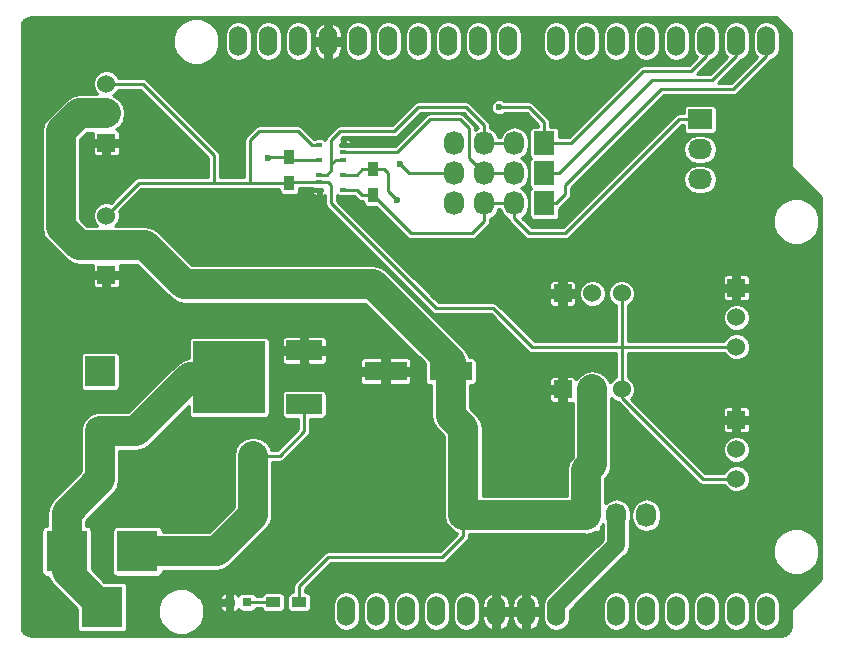
<source format=gtl>
G04 #@! TF.FileFunction,Copper,L1,Top,Signal*
%FSLAX46Y46*%
G04 Gerber Fmt 4.6, Leading zero omitted, Abs format (unit mm)*
G04 Created by KiCad (PCBNEW 4.0.1-product) date ven 26 aoû 2016 17:54:14 CEST*
%MOMM*%
G01*
G04 APERTURE LIST*
%ADD10C,0.100000*%
%ADD11R,3.599180X1.600200*%
%ADD12R,1.727200X2.032000*%
%ADD13O,1.727200X2.032000*%
%ADD14R,2.540000X2.540000*%
%ADD15C,2.540000*%
%ADD16R,2.032000X1.727200*%
%ADD17O,2.032000X1.727200*%
%ADD18R,1.524000X1.524000*%
%ADD19C,1.524000*%
%ADD20R,3.048000X1.651000*%
%ADD21R,6.096000X6.096000*%
%ADD22R,0.900000X1.200000*%
%ADD23R,0.508000X0.304800*%
%ADD24R,3.500120X3.500120*%
%ADD25C,2.349500*%
%ADD26R,0.797560X0.797560*%
%ADD27R,1.200000X0.900000*%
%ADD28O,1.524000X2.540000*%
%ADD29C,0.600000*%
%ADD30C,0.250000*%
%ADD31C,2.500000*%
%ADD32C,1.500000*%
%ADD33C,0.254000*%
G04 APERTURE END LIST*
D10*
D11*
X96730820Y-84328000D03*
X91229180Y-84328000D03*
D12*
X104648000Y-65024000D03*
D13*
X102108000Y-65024000D03*
X99568000Y-65024000D03*
X97028000Y-65024000D03*
D12*
X104648000Y-67564000D03*
D13*
X102108000Y-67564000D03*
X99568000Y-67564000D03*
X97028000Y-67564000D03*
D12*
X104648000Y-70104000D03*
D13*
X102108000Y-70104000D03*
X99568000Y-70104000D03*
X97028000Y-70104000D03*
D12*
X108204000Y-96520000D03*
D13*
X110744000Y-96520000D03*
X113284000Y-96520000D03*
D14*
X67056000Y-84328000D03*
D15*
X67056000Y-89408000D03*
D16*
X117856000Y-62992000D03*
D17*
X117856000Y-65532000D03*
X117856000Y-68072000D03*
D18*
X67564000Y-76160000D03*
D19*
X67564000Y-73660000D03*
X67564000Y-71160000D03*
D18*
X67564000Y-64984000D03*
D19*
X67564000Y-62484000D03*
X67564000Y-59984000D03*
D18*
X120904000Y-88432000D03*
D19*
X120904000Y-90932000D03*
X120904000Y-93432000D03*
D18*
X106212000Y-77724000D03*
D19*
X108712000Y-77724000D03*
X111212000Y-77724000D03*
D18*
X106212000Y-85852000D03*
D19*
X108712000Y-85852000D03*
X111212000Y-85852000D03*
D20*
X84328000Y-87122000D03*
D21*
X77978000Y-84836000D03*
D20*
X84328000Y-82550000D03*
D22*
X83058000Y-66210000D03*
X83058000Y-68410000D03*
X90170000Y-67226000D03*
X90170000Y-69426000D03*
D23*
X87630000Y-66421000D03*
X87630000Y-65151000D03*
X85598000Y-66421000D03*
X87630000Y-65786000D03*
X85598000Y-65151000D03*
X85598000Y-67691000D03*
X85598000Y-68961000D03*
X87630000Y-67691000D03*
X85598000Y-68326000D03*
X87630000Y-68961000D03*
D24*
X70208140Y-99568000D03*
X64208660Y-99568000D03*
X67208400Y-104267000D03*
D18*
X120904000Y-77256000D03*
D19*
X120904000Y-79756000D03*
X120904000Y-82256000D03*
D25*
X97800000Y-91480000D03*
X97800000Y-96480000D03*
X80000000Y-91480000D03*
X80000000Y-96480000D03*
D26*
X79489300Y-103886000D03*
X77990700Y-103886000D03*
D27*
X83904000Y-103886000D03*
X81704000Y-103886000D03*
D28*
X105664000Y-56388000D03*
X87884000Y-104648000D03*
X90424000Y-104648000D03*
X92964000Y-104648000D03*
X95504000Y-104648000D03*
X98044000Y-104648000D03*
X100584000Y-104648000D03*
X103124000Y-104648000D03*
X105664000Y-104648000D03*
X110744000Y-104648000D03*
X113284000Y-104648000D03*
X115824000Y-104648000D03*
X118364000Y-104648000D03*
X120904000Y-104648000D03*
X123444000Y-104648000D03*
X123444000Y-56388000D03*
X120904000Y-56388000D03*
X118364000Y-56388000D03*
X115824000Y-56388000D03*
X113284000Y-56388000D03*
X110744000Y-56388000D03*
X108204000Y-56388000D03*
X101600000Y-56388000D03*
X99060000Y-56388000D03*
X96520000Y-56388000D03*
X93980000Y-56388000D03*
X91440000Y-56388000D03*
X88900000Y-56388000D03*
X86360000Y-56388000D03*
X83820000Y-56388000D03*
X81280000Y-56388000D03*
X78740000Y-56388000D03*
D29*
X100838000Y-61976000D03*
X92456000Y-66802000D03*
X89662000Y-65024000D03*
X92202000Y-69850000D03*
X81280000Y-66294000D03*
D30*
X118364000Y-56388000D02*
X118364000Y-57658000D01*
X106934000Y-65024000D02*
X104648000Y-65024000D01*
X113030000Y-58928000D02*
X106934000Y-65024000D01*
X117094000Y-58928000D02*
X113030000Y-58928000D01*
X118364000Y-57658000D02*
X117094000Y-58928000D01*
X104648000Y-63246000D02*
X104648000Y-65024000D01*
X104648000Y-63246000D02*
X104648000Y-65024000D01*
X103378000Y-61976000D02*
X104648000Y-63246000D01*
X100838000Y-61976000D02*
X103378000Y-61976000D01*
X86614000Y-66802000D02*
X86614000Y-64770000D01*
X99568000Y-63500000D02*
X99568000Y-65024000D01*
X98044000Y-61976000D02*
X99568000Y-63500000D01*
X93980000Y-61976000D02*
X98044000Y-61976000D01*
X91948000Y-64008000D02*
X93980000Y-61976000D01*
X87376000Y-64008000D02*
X91948000Y-64008000D01*
X86614000Y-64770000D02*
X87376000Y-64008000D01*
X99568000Y-65024000D02*
X102108000Y-65024000D01*
X85598000Y-67691000D02*
X86233000Y-67691000D01*
X86995000Y-66421000D02*
X87630000Y-66421000D01*
X86614000Y-66802000D02*
X86995000Y-66421000D01*
X86614000Y-67310000D02*
X86614000Y-66802000D01*
X86233000Y-67691000D02*
X86614000Y-67310000D01*
X120904000Y-56388000D02*
X120904000Y-57658000D01*
X105918000Y-67564000D02*
X104648000Y-67564000D01*
X113792000Y-59690000D02*
X105918000Y-67564000D01*
X118872000Y-59690000D02*
X113792000Y-59690000D01*
X120904000Y-57658000D02*
X118872000Y-59690000D01*
X98298000Y-63754000D02*
X97536000Y-62992000D01*
X98298000Y-66294000D02*
X98298000Y-63754000D01*
X99568000Y-67564000D02*
X98298000Y-66294000D01*
X92202000Y-65786000D02*
X87630000Y-65786000D01*
X94996000Y-62992000D02*
X92202000Y-65786000D01*
X97536000Y-62992000D02*
X94996000Y-62992000D01*
X99568000Y-67564000D02*
X102108000Y-67564000D01*
X92456000Y-66802000D02*
X93218000Y-67564000D01*
X93218000Y-67564000D02*
X97028000Y-67564000D01*
X123444000Y-56388000D02*
X123444000Y-57658000D01*
X105664000Y-70104000D02*
X104648000Y-70104000D01*
X106426000Y-69342000D02*
X105664000Y-70104000D01*
X106426000Y-68580000D02*
X106426000Y-69342000D01*
X114554000Y-60452000D02*
X106426000Y-68580000D01*
X120650000Y-60452000D02*
X114554000Y-60452000D01*
X123444000Y-57658000D02*
X120650000Y-60452000D01*
X117856000Y-62992000D02*
X116078000Y-62992000D01*
X102108000Y-71374000D02*
X102108000Y-70104000D01*
X103378000Y-72644000D02*
X102108000Y-71374000D01*
X106426000Y-72644000D02*
X103378000Y-72644000D01*
X116078000Y-62992000D02*
X106426000Y-72644000D01*
X102108000Y-70104000D02*
X102108000Y-71120000D01*
X99568000Y-70104000D02*
X99568000Y-71628000D01*
X93388000Y-72644000D02*
X90170000Y-69426000D01*
X98552000Y-72644000D02*
X93388000Y-72644000D01*
X99568000Y-71628000D02*
X98552000Y-72644000D01*
X99568000Y-70104000D02*
X102108000Y-70104000D01*
X90170000Y-69426000D02*
X89238000Y-69426000D01*
X89238000Y-69426000D02*
X88773000Y-68961000D01*
X88773000Y-68961000D02*
X87630000Y-68961000D01*
X83904000Y-103886000D02*
X83904000Y-102532000D01*
X97800000Y-98288000D02*
X97800000Y-96480000D01*
X96012000Y-100076000D02*
X97800000Y-98288000D01*
X86360000Y-100076000D02*
X96012000Y-100076000D01*
X83904000Y-102532000D02*
X86360000Y-100076000D01*
D31*
X97800000Y-91480000D02*
X97800000Y-89164000D01*
X96730820Y-88094820D02*
X96730820Y-84328000D01*
X97800000Y-89164000D02*
X96730820Y-88094820D01*
X97800000Y-96480000D02*
X108164000Y-96480000D01*
X108164000Y-96480000D02*
X108204000Y-96520000D01*
X97800000Y-91480000D02*
X97800000Y-96480000D01*
X67564000Y-73660000D02*
X65278000Y-73660000D01*
X65278000Y-62484000D02*
X67564000Y-62484000D01*
X63754000Y-64008000D02*
X65278000Y-62484000D01*
X63754000Y-72136000D02*
X63754000Y-64008000D01*
X65278000Y-73660000D02*
X63754000Y-72136000D01*
X96730820Y-84328000D02*
X96730820Y-83522820D01*
X96730820Y-83522820D02*
X90170000Y-76962000D01*
X90170000Y-76962000D02*
X74168000Y-76962000D01*
X74168000Y-76962000D02*
X70866000Y-73660000D01*
X70866000Y-73660000D02*
X67564000Y-73660000D01*
X108204000Y-96520000D02*
X108204000Y-92710000D01*
X108712000Y-92202000D02*
X108712000Y-85852000D01*
X108204000Y-92710000D02*
X108712000Y-92202000D01*
D32*
X110744000Y-96520000D02*
X110744000Y-99060000D01*
X110744000Y-99060000D02*
X105664000Y-104140000D01*
X105664000Y-104140000D02*
X105664000Y-104648000D01*
D30*
X87630000Y-65151000D02*
X89535000Y-65151000D01*
X89535000Y-65151000D02*
X89662000Y-65024000D01*
X92202000Y-69850000D02*
X91440000Y-69088000D01*
X91440000Y-68580000D02*
X91440000Y-67564000D01*
X91440000Y-67564000D02*
X91102000Y-67226000D01*
X90170000Y-67226000D02*
X91102000Y-67226000D01*
X91440000Y-69088000D02*
X91440000Y-68580000D01*
X90170000Y-67226000D02*
X89238000Y-67226000D01*
X88773000Y-67691000D02*
X87630000Y-67691000D01*
X89238000Y-67226000D02*
X88773000Y-67691000D01*
X85598000Y-65151000D02*
X84963000Y-65151000D01*
X79756000Y-64770000D02*
X79756000Y-68410000D01*
X80518000Y-64008000D02*
X79756000Y-64770000D01*
X83820000Y-64008000D02*
X80518000Y-64008000D01*
X84963000Y-65151000D02*
X83820000Y-64008000D01*
X111212000Y-85852000D02*
X111212000Y-86574000D01*
X111212000Y-86574000D02*
X118070000Y-93432000D01*
X118070000Y-93432000D02*
X120904000Y-93432000D01*
X111212000Y-82296000D02*
X120864000Y-82296000D01*
X120864000Y-82296000D02*
X120904000Y-82256000D01*
X111212000Y-82256000D02*
X111212000Y-82296000D01*
X111212000Y-82296000D02*
X111212000Y-85852000D01*
X85598000Y-68326000D02*
X86360000Y-68326000D01*
X111212000Y-82256000D02*
X111212000Y-77724000D01*
X111252000Y-82296000D02*
X111212000Y-82256000D01*
X103632000Y-82296000D02*
X111252000Y-82296000D01*
X100330000Y-78994000D02*
X103632000Y-82296000D01*
X95504000Y-78994000D02*
X100330000Y-78994000D01*
X86614000Y-70104000D02*
X95504000Y-78994000D01*
X86614000Y-68580000D02*
X86614000Y-70104000D01*
X86360000Y-68326000D02*
X86614000Y-68580000D01*
X76708000Y-68410000D02*
X76708000Y-66040000D01*
X70652000Y-59984000D02*
X67564000Y-59984000D01*
X76708000Y-66040000D02*
X70652000Y-59984000D01*
X83058000Y-68410000D02*
X81280000Y-68410000D01*
X81280000Y-68410000D02*
X79756000Y-68410000D01*
X79756000Y-68410000D02*
X76708000Y-68410000D01*
X76708000Y-68410000D02*
X70314000Y-68410000D01*
X70314000Y-68410000D02*
X67564000Y-71160000D01*
X85598000Y-68326000D02*
X83142000Y-68326000D01*
X83142000Y-68326000D02*
X83058000Y-68410000D01*
X81280000Y-66294000D02*
X81364000Y-66210000D01*
X81364000Y-66210000D02*
X83058000Y-66210000D01*
X85598000Y-66421000D02*
X83269000Y-66421000D01*
X83269000Y-66421000D02*
X83058000Y-66210000D01*
X84328000Y-87122000D02*
X84328000Y-89408000D01*
X82256000Y-91480000D02*
X80000000Y-91480000D01*
X84328000Y-89408000D02*
X82256000Y-91480000D01*
D31*
X70208140Y-99568000D02*
X76912000Y-99568000D01*
X76912000Y-99568000D02*
X80000000Y-96480000D01*
X80000000Y-96480000D02*
X80000000Y-91480000D01*
X64208660Y-99568000D02*
X64208660Y-101267260D01*
X64208660Y-101267260D02*
X67208400Y-104267000D01*
X67056000Y-89408000D02*
X70104000Y-89408000D01*
X74676000Y-84836000D02*
X77978000Y-84836000D01*
X70104000Y-89408000D02*
X74676000Y-84836000D01*
X64208660Y-99568000D02*
X64208660Y-96319340D01*
X67056000Y-93472000D02*
X67056000Y-89408000D01*
X64208660Y-96319340D02*
X67056000Y-93472000D01*
D30*
X81704000Y-103886000D02*
X79489300Y-103886000D01*
D33*
G36*
X125528000Y-55560881D02*
X125528000Y-66802000D01*
X125562711Y-66976504D01*
X125661559Y-67124441D01*
X128068000Y-69530881D01*
X128068000Y-101919119D01*
X125661559Y-104325559D01*
X125562711Y-104473496D01*
X125528000Y-104648000D01*
X125528000Y-105873089D01*
X125457785Y-106226085D01*
X125283268Y-106487268D01*
X125022086Y-106661784D01*
X124669088Y-106732000D01*
X61258911Y-106732000D01*
X60905915Y-106661785D01*
X60644732Y-106487268D01*
X60470216Y-106226086D01*
X60400000Y-105873088D01*
X60400000Y-97817940D01*
X62070136Y-97817940D01*
X62070136Y-101318060D01*
X62096703Y-101459250D01*
X62180146Y-101588925D01*
X62307466Y-101675919D01*
X62458600Y-101706524D01*
X62665035Y-101706524D01*
X62701812Y-101891417D01*
X63055369Y-102420551D01*
X65069876Y-104435058D01*
X65069876Y-106017060D01*
X65096443Y-106158250D01*
X65179886Y-106287925D01*
X65307206Y-106374919D01*
X65458340Y-106405524D01*
X68958460Y-106405524D01*
X69099650Y-106378957D01*
X69229325Y-106295514D01*
X69316319Y-106168194D01*
X69346924Y-106017060D01*
X69346924Y-105037841D01*
X71945159Y-105037841D01*
X72244214Y-105761609D01*
X72797479Y-106315840D01*
X73520723Y-106616157D01*
X74303841Y-106616841D01*
X75027609Y-106317786D01*
X75581840Y-105764521D01*
X75882157Y-105041277D01*
X75882841Y-104258159D01*
X75850811Y-104180640D01*
X77210920Y-104180640D01*
X77210920Y-104360565D01*
X77268924Y-104500599D01*
X77376100Y-104607776D01*
X77516134Y-104665780D01*
X77696060Y-104665780D01*
X77791310Y-104570530D01*
X77791310Y-104085390D01*
X77306170Y-104085390D01*
X77210920Y-104180640D01*
X75850811Y-104180640D01*
X75583786Y-103534391D01*
X75461045Y-103411435D01*
X77210920Y-103411435D01*
X77210920Y-103591360D01*
X77306170Y-103686610D01*
X77791310Y-103686610D01*
X77791310Y-103201470D01*
X78190090Y-103201470D01*
X78190090Y-103686610D01*
X78283700Y-103686610D01*
X78283700Y-104085390D01*
X78190090Y-104085390D01*
X78190090Y-104570530D01*
X78285340Y-104665780D01*
X78465266Y-104665780D01*
X78605300Y-104607776D01*
X78712476Y-104500599D01*
X78737606Y-104439930D01*
X78812066Y-104555645D01*
X78939386Y-104642639D01*
X79090520Y-104673244D01*
X79888080Y-104673244D01*
X80029270Y-104646677D01*
X80158945Y-104563234D01*
X80245939Y-104435914D01*
X80254832Y-104392000D01*
X80726073Y-104392000D01*
X80742103Y-104477190D01*
X80825546Y-104606865D01*
X80952866Y-104693859D01*
X81104000Y-104724464D01*
X82304000Y-104724464D01*
X82445190Y-104697897D01*
X82574865Y-104614454D01*
X82661859Y-104487134D01*
X82692464Y-104336000D01*
X82692464Y-103436000D01*
X82665897Y-103294810D01*
X82582454Y-103165135D01*
X82455134Y-103078141D01*
X82304000Y-103047536D01*
X81104000Y-103047536D01*
X80962810Y-103074103D01*
X80833135Y-103157546D01*
X80746141Y-103284866D01*
X80726876Y-103380000D01*
X80256369Y-103380000D01*
X80249977Y-103346030D01*
X80166534Y-103216355D01*
X80039214Y-103129361D01*
X79888080Y-103098756D01*
X79090520Y-103098756D01*
X78949330Y-103125323D01*
X78819655Y-103208766D01*
X78736775Y-103330065D01*
X78712476Y-103271401D01*
X78605300Y-103164224D01*
X78465266Y-103106220D01*
X78285340Y-103106220D01*
X78190090Y-103201470D01*
X77791310Y-103201470D01*
X77696060Y-103106220D01*
X77516134Y-103106220D01*
X77376100Y-103164224D01*
X77268924Y-103271401D01*
X77210920Y-103411435D01*
X75461045Y-103411435D01*
X75030521Y-102980160D01*
X74307277Y-102679843D01*
X73524159Y-102679159D01*
X72800391Y-102978214D01*
X72246160Y-103531479D01*
X71945843Y-104254723D01*
X71945159Y-105037841D01*
X69346924Y-105037841D01*
X69346924Y-102516940D01*
X69320357Y-102375750D01*
X69236914Y-102246075D01*
X69109594Y-102159081D01*
X68958460Y-102128476D01*
X67376458Y-102128476D01*
X66347184Y-101099202D01*
X66347184Y-97817940D01*
X68069616Y-97817940D01*
X68069616Y-101318060D01*
X68096183Y-101459250D01*
X68179626Y-101588925D01*
X68306946Y-101675919D01*
X68458080Y-101706524D01*
X71958200Y-101706524D01*
X72099390Y-101679957D01*
X72229065Y-101596514D01*
X72316059Y-101469194D01*
X72346664Y-101318060D01*
X72346664Y-101199000D01*
X76912000Y-101199000D01*
X77536157Y-101074848D01*
X78065291Y-100721291D01*
X81153291Y-97633291D01*
X81506848Y-97104157D01*
X81587285Y-96699769D01*
X81631000Y-96480000D01*
X81631000Y-91986000D01*
X82256000Y-91986000D01*
X82449638Y-91947483D01*
X82613796Y-91837796D01*
X84685796Y-89765796D01*
X84712507Y-89725820D01*
X84795483Y-89601638D01*
X84834000Y-89408000D01*
X84834000Y-88335964D01*
X85852000Y-88335964D01*
X85993190Y-88309397D01*
X86122865Y-88225954D01*
X86209859Y-88098634D01*
X86240464Y-87947500D01*
X86240464Y-86296500D01*
X86213897Y-86155310D01*
X86130454Y-86025635D01*
X86003134Y-85938641D01*
X85852000Y-85908036D01*
X82804000Y-85908036D01*
X82662810Y-85934603D01*
X82533135Y-86018046D01*
X82446141Y-86145366D01*
X82415536Y-86296500D01*
X82415536Y-87947500D01*
X82442103Y-88088690D01*
X82525546Y-88218365D01*
X82652866Y-88305359D01*
X82804000Y-88335964D01*
X83822000Y-88335964D01*
X83822000Y-89198408D01*
X82046408Y-90974000D01*
X81530351Y-90974000D01*
X81506848Y-90855843D01*
X81153291Y-90326709D01*
X80624157Y-89973152D01*
X80000000Y-89849000D01*
X79375843Y-89973152D01*
X78846709Y-90326709D01*
X78493152Y-90855843D01*
X78369000Y-91480000D01*
X78369000Y-95804418D01*
X76236418Y-97937000D01*
X72346664Y-97937000D01*
X72346664Y-97817940D01*
X72320097Y-97676750D01*
X72236654Y-97547075D01*
X72109334Y-97460081D01*
X71958200Y-97429476D01*
X68458080Y-97429476D01*
X68316890Y-97456043D01*
X68187215Y-97539486D01*
X68100221Y-97666806D01*
X68069616Y-97817940D01*
X66347184Y-97817940D01*
X66320617Y-97676750D01*
X66237174Y-97547075D01*
X66109854Y-97460081D01*
X65958720Y-97429476D01*
X65839660Y-97429476D01*
X65839660Y-96994922D01*
X68209291Y-94625291D01*
X68562848Y-94096157D01*
X68687000Y-93472000D01*
X68687000Y-91039000D01*
X70104000Y-91039000D01*
X70728157Y-90914848D01*
X71257291Y-90561291D01*
X74541536Y-87277046D01*
X74541536Y-87884000D01*
X74568103Y-88025190D01*
X74651546Y-88154865D01*
X74778866Y-88241859D01*
X74930000Y-88272464D01*
X81026000Y-88272464D01*
X81167190Y-88245897D01*
X81296865Y-88162454D01*
X81383859Y-88035134D01*
X81414464Y-87884000D01*
X81414464Y-84696250D01*
X89048590Y-84696250D01*
X89048590Y-85203885D01*
X89106594Y-85343919D01*
X89213770Y-85451096D01*
X89353804Y-85509100D01*
X90860930Y-85509100D01*
X90956180Y-85413850D01*
X90956180Y-84601000D01*
X91502180Y-84601000D01*
X91502180Y-85413850D01*
X91597430Y-85509100D01*
X93104556Y-85509100D01*
X93244590Y-85451096D01*
X93351766Y-85343919D01*
X93409770Y-85203885D01*
X93409770Y-84696250D01*
X93314520Y-84601000D01*
X91502180Y-84601000D01*
X90956180Y-84601000D01*
X89143840Y-84601000D01*
X89048590Y-84696250D01*
X81414464Y-84696250D01*
X81414464Y-82918250D01*
X82423000Y-82918250D01*
X82423000Y-83451286D01*
X82481004Y-83591320D01*
X82588181Y-83698496D01*
X82728215Y-83756500D01*
X83959750Y-83756500D01*
X84055000Y-83661250D01*
X84055000Y-82823000D01*
X84601000Y-82823000D01*
X84601000Y-83661250D01*
X84696250Y-83756500D01*
X85927785Y-83756500D01*
X86067819Y-83698496D01*
X86174996Y-83591320D01*
X86232656Y-83452115D01*
X89048590Y-83452115D01*
X89048590Y-83959750D01*
X89143840Y-84055000D01*
X90956180Y-84055000D01*
X90956180Y-83242150D01*
X91502180Y-83242150D01*
X91502180Y-84055000D01*
X93314520Y-84055000D01*
X93409770Y-83959750D01*
X93409770Y-83452115D01*
X93351766Y-83312081D01*
X93244590Y-83204904D01*
X93104556Y-83146900D01*
X91597430Y-83146900D01*
X91502180Y-83242150D01*
X90956180Y-83242150D01*
X90860930Y-83146900D01*
X89353804Y-83146900D01*
X89213770Y-83204904D01*
X89106594Y-83312081D01*
X89048590Y-83452115D01*
X86232656Y-83452115D01*
X86233000Y-83451286D01*
X86233000Y-82918250D01*
X86137750Y-82823000D01*
X84601000Y-82823000D01*
X84055000Y-82823000D01*
X82518250Y-82823000D01*
X82423000Y-82918250D01*
X81414464Y-82918250D01*
X81414464Y-81788000D01*
X81388256Y-81648714D01*
X82423000Y-81648714D01*
X82423000Y-82181750D01*
X82518250Y-82277000D01*
X84055000Y-82277000D01*
X84055000Y-81438750D01*
X84601000Y-81438750D01*
X84601000Y-82277000D01*
X86137750Y-82277000D01*
X86233000Y-82181750D01*
X86233000Y-81648714D01*
X86174996Y-81508680D01*
X86067819Y-81401504D01*
X85927785Y-81343500D01*
X84696250Y-81343500D01*
X84601000Y-81438750D01*
X84055000Y-81438750D01*
X83959750Y-81343500D01*
X82728215Y-81343500D01*
X82588181Y-81401504D01*
X82481004Y-81508680D01*
X82423000Y-81648714D01*
X81388256Y-81648714D01*
X81387897Y-81646810D01*
X81304454Y-81517135D01*
X81177134Y-81430141D01*
X81026000Y-81399536D01*
X74930000Y-81399536D01*
X74788810Y-81426103D01*
X74659135Y-81509546D01*
X74572141Y-81636866D01*
X74541536Y-81788000D01*
X74541536Y-83231746D01*
X74051843Y-83329152D01*
X73522709Y-83682709D01*
X69428418Y-87777000D01*
X67433319Y-87777000D01*
X67385845Y-87757287D01*
X66729037Y-87756714D01*
X66122005Y-88007534D01*
X65657166Y-88471563D01*
X65405287Y-89078155D01*
X65404714Y-89734963D01*
X65425000Y-89784059D01*
X65425000Y-92796418D01*
X63055369Y-95166049D01*
X62701812Y-95695183D01*
X62577660Y-96319340D01*
X62577660Y-97429476D01*
X62458600Y-97429476D01*
X62317410Y-97456043D01*
X62187735Y-97539486D01*
X62100741Y-97666806D01*
X62070136Y-97817940D01*
X60400000Y-97817940D01*
X60400000Y-83058000D01*
X65397536Y-83058000D01*
X65397536Y-85598000D01*
X65424103Y-85739190D01*
X65507546Y-85868865D01*
X65634866Y-85955859D01*
X65786000Y-85986464D01*
X68326000Y-85986464D01*
X68467190Y-85959897D01*
X68596865Y-85876454D01*
X68683859Y-85749134D01*
X68714464Y-85598000D01*
X68714464Y-83058000D01*
X68687897Y-82916810D01*
X68604454Y-82787135D01*
X68477134Y-82700141D01*
X68326000Y-82669536D01*
X65786000Y-82669536D01*
X65644810Y-82696103D01*
X65515135Y-82779546D01*
X65428141Y-82906866D01*
X65397536Y-83058000D01*
X60400000Y-83058000D01*
X60400000Y-76528250D01*
X66421000Y-76528250D01*
X66421000Y-76997786D01*
X66479004Y-77137820D01*
X66586181Y-77244996D01*
X66726215Y-77303000D01*
X67195750Y-77303000D01*
X67291000Y-77207750D01*
X67291000Y-76433000D01*
X67837000Y-76433000D01*
X67837000Y-77207750D01*
X67932250Y-77303000D01*
X68401785Y-77303000D01*
X68541819Y-77244996D01*
X68648996Y-77137820D01*
X68707000Y-76997786D01*
X68707000Y-76528250D01*
X68611750Y-76433000D01*
X67837000Y-76433000D01*
X67291000Y-76433000D01*
X66516250Y-76433000D01*
X66421000Y-76528250D01*
X60400000Y-76528250D01*
X60400000Y-64008000D01*
X62123000Y-64008000D01*
X62123000Y-72136000D01*
X62247152Y-72760157D01*
X62600709Y-73289291D01*
X64124709Y-74813291D01*
X64653843Y-75166848D01*
X65278000Y-75291000D01*
X66433929Y-75291000D01*
X66421000Y-75322214D01*
X66421000Y-75791750D01*
X66516250Y-75887000D01*
X67291000Y-75887000D01*
X67291000Y-75867000D01*
X67837000Y-75867000D01*
X67837000Y-75887000D01*
X68611750Y-75887000D01*
X68707000Y-75791750D01*
X68707000Y-75322214D01*
X68694071Y-75291000D01*
X70190418Y-75291000D01*
X73014709Y-78115291D01*
X73543843Y-78468848D01*
X74168000Y-78593000D01*
X89494418Y-78593000D01*
X94542766Y-83641348D01*
X94542766Y-85128100D01*
X94569333Y-85269290D01*
X94652776Y-85398965D01*
X94780096Y-85485959D01*
X94931230Y-85516564D01*
X95099820Y-85516564D01*
X95099820Y-88094820D01*
X95223972Y-88718977D01*
X95577529Y-89248111D01*
X96169000Y-89839582D01*
X96169000Y-96480000D01*
X96293152Y-97104157D01*
X96646709Y-97633291D01*
X97175843Y-97986848D01*
X97294000Y-98010351D01*
X97294000Y-98078408D01*
X95802408Y-99570000D01*
X86360000Y-99570000D01*
X86166362Y-99608517D01*
X86124842Y-99636260D01*
X86002204Y-99718204D01*
X83546204Y-102174204D01*
X83436517Y-102338362D01*
X83398000Y-102532000D01*
X83398000Y-103047536D01*
X83304000Y-103047536D01*
X83162810Y-103074103D01*
X83033135Y-103157546D01*
X82946141Y-103284866D01*
X82915536Y-103436000D01*
X82915536Y-104336000D01*
X82942103Y-104477190D01*
X83025546Y-104606865D01*
X83152866Y-104693859D01*
X83304000Y-104724464D01*
X84504000Y-104724464D01*
X84645190Y-104697897D01*
X84774865Y-104614454D01*
X84861859Y-104487134D01*
X84892464Y-104336000D01*
X84892464Y-104107655D01*
X86741000Y-104107655D01*
X86741000Y-105188345D01*
X86828006Y-105625752D01*
X87075777Y-105996568D01*
X87446593Y-106244339D01*
X87884000Y-106331345D01*
X88321407Y-106244339D01*
X88692223Y-105996568D01*
X88939994Y-105625752D01*
X89027000Y-105188345D01*
X89027000Y-104107655D01*
X89281000Y-104107655D01*
X89281000Y-105188345D01*
X89368006Y-105625752D01*
X89615777Y-105996568D01*
X89986593Y-106244339D01*
X90424000Y-106331345D01*
X90861407Y-106244339D01*
X91232223Y-105996568D01*
X91479994Y-105625752D01*
X91567000Y-105188345D01*
X91567000Y-104107655D01*
X91821000Y-104107655D01*
X91821000Y-105188345D01*
X91908006Y-105625752D01*
X92155777Y-105996568D01*
X92526593Y-106244339D01*
X92964000Y-106331345D01*
X93401407Y-106244339D01*
X93772223Y-105996568D01*
X94019994Y-105625752D01*
X94107000Y-105188345D01*
X94107000Y-104107655D01*
X94361000Y-104107655D01*
X94361000Y-105188345D01*
X94448006Y-105625752D01*
X94695777Y-105996568D01*
X95066593Y-106244339D01*
X95504000Y-106331345D01*
X95941407Y-106244339D01*
X96312223Y-105996568D01*
X96559994Y-105625752D01*
X96647000Y-105188345D01*
X96647000Y-104107655D01*
X96901000Y-104107655D01*
X96901000Y-105188345D01*
X96988006Y-105625752D01*
X97235777Y-105996568D01*
X97606593Y-106244339D01*
X98044000Y-106331345D01*
X98481407Y-106244339D01*
X98852223Y-105996568D01*
X99099994Y-105625752D01*
X99187000Y-105188345D01*
X99187000Y-105107032D01*
X99390946Y-105107032D01*
X99463023Y-105567321D01*
X99705758Y-105964990D01*
X100140731Y-106209547D01*
X100311000Y-106167559D01*
X100311000Y-104921000D01*
X100857000Y-104921000D01*
X100857000Y-106167559D01*
X101027269Y-106209547D01*
X101462242Y-105964990D01*
X101704977Y-105567321D01*
X101777054Y-105107032D01*
X101930946Y-105107032D01*
X102003023Y-105567321D01*
X102245758Y-105964990D01*
X102680731Y-106209547D01*
X102851000Y-106167559D01*
X102851000Y-104921000D01*
X103397000Y-104921000D01*
X103397000Y-106167559D01*
X103567269Y-106209547D01*
X104002242Y-105964990D01*
X104244977Y-105567321D01*
X104317054Y-105107032D01*
X104199455Y-104921000D01*
X103397000Y-104921000D01*
X102851000Y-104921000D01*
X102048545Y-104921000D01*
X101930946Y-105107032D01*
X101777054Y-105107032D01*
X101659455Y-104921000D01*
X100857000Y-104921000D01*
X100311000Y-104921000D01*
X99508545Y-104921000D01*
X99390946Y-105107032D01*
X99187000Y-105107032D01*
X99187000Y-104188968D01*
X99390946Y-104188968D01*
X99508545Y-104375000D01*
X100311000Y-104375000D01*
X100311000Y-103128441D01*
X100857000Y-103128441D01*
X100857000Y-104375000D01*
X101659455Y-104375000D01*
X101777054Y-104188968D01*
X101930946Y-104188968D01*
X102048545Y-104375000D01*
X102851000Y-104375000D01*
X102851000Y-103128441D01*
X103397000Y-103128441D01*
X103397000Y-104375000D01*
X104199455Y-104375000D01*
X104317054Y-104188968D01*
X104244977Y-103728679D01*
X104002242Y-103331010D01*
X103567269Y-103086453D01*
X103397000Y-103128441D01*
X102851000Y-103128441D01*
X102680731Y-103086453D01*
X102245758Y-103331010D01*
X102003023Y-103728679D01*
X101930946Y-104188968D01*
X101777054Y-104188968D01*
X101704977Y-103728679D01*
X101462242Y-103331010D01*
X101027269Y-103086453D01*
X100857000Y-103128441D01*
X100311000Y-103128441D01*
X100140731Y-103086453D01*
X99705758Y-103331010D01*
X99463023Y-103728679D01*
X99390946Y-104188968D01*
X99187000Y-104188968D01*
X99187000Y-104107655D01*
X99099994Y-103670248D01*
X98852223Y-103299432D01*
X98481407Y-103051661D01*
X98044000Y-102964655D01*
X97606593Y-103051661D01*
X97235777Y-103299432D01*
X96988006Y-103670248D01*
X96901000Y-104107655D01*
X96647000Y-104107655D01*
X96559994Y-103670248D01*
X96312223Y-103299432D01*
X95941407Y-103051661D01*
X95504000Y-102964655D01*
X95066593Y-103051661D01*
X94695777Y-103299432D01*
X94448006Y-103670248D01*
X94361000Y-104107655D01*
X94107000Y-104107655D01*
X94019994Y-103670248D01*
X93772223Y-103299432D01*
X93401407Y-103051661D01*
X92964000Y-102964655D01*
X92526593Y-103051661D01*
X92155777Y-103299432D01*
X91908006Y-103670248D01*
X91821000Y-104107655D01*
X91567000Y-104107655D01*
X91479994Y-103670248D01*
X91232223Y-103299432D01*
X90861407Y-103051661D01*
X90424000Y-102964655D01*
X89986593Y-103051661D01*
X89615777Y-103299432D01*
X89368006Y-103670248D01*
X89281000Y-104107655D01*
X89027000Y-104107655D01*
X88939994Y-103670248D01*
X88692223Y-103299432D01*
X88321407Y-103051661D01*
X87884000Y-102964655D01*
X87446593Y-103051661D01*
X87075777Y-103299432D01*
X86828006Y-103670248D01*
X86741000Y-104107655D01*
X84892464Y-104107655D01*
X84892464Y-103436000D01*
X84865897Y-103294810D01*
X84782454Y-103165135D01*
X84655134Y-103078141D01*
X84504000Y-103047536D01*
X84410000Y-103047536D01*
X84410000Y-102741592D01*
X86569592Y-100582000D01*
X96012000Y-100582000D01*
X96205638Y-100543483D01*
X96369796Y-100433796D01*
X98157796Y-98645796D01*
X98267483Y-98481638D01*
X98306000Y-98288000D01*
X98306000Y-98111000D01*
X108002906Y-98111000D01*
X108204000Y-98151000D01*
X108828157Y-98026848D01*
X108981385Y-97924464D01*
X109067600Y-97924464D01*
X109208790Y-97897897D01*
X109338465Y-97814454D01*
X109425459Y-97687134D01*
X109456064Y-97536000D01*
X109456064Y-97525467D01*
X109613000Y-97290596D01*
X109613000Y-98591524D01*
X105004396Y-103200128D01*
X104855777Y-103299432D01*
X104608006Y-103670248D01*
X104521000Y-104107655D01*
X104521000Y-105188345D01*
X104608006Y-105625752D01*
X104855777Y-105996568D01*
X105226593Y-106244339D01*
X105664000Y-106331345D01*
X106101407Y-106244339D01*
X106472223Y-105996568D01*
X106719994Y-105625752D01*
X106807000Y-105188345D01*
X106807000Y-104596476D01*
X107295821Y-104107655D01*
X109601000Y-104107655D01*
X109601000Y-105188345D01*
X109688006Y-105625752D01*
X109935777Y-105996568D01*
X110306593Y-106244339D01*
X110744000Y-106331345D01*
X111181407Y-106244339D01*
X111552223Y-105996568D01*
X111799994Y-105625752D01*
X111887000Y-105188345D01*
X111887000Y-104107655D01*
X112141000Y-104107655D01*
X112141000Y-105188345D01*
X112228006Y-105625752D01*
X112475777Y-105996568D01*
X112846593Y-106244339D01*
X113284000Y-106331345D01*
X113721407Y-106244339D01*
X114092223Y-105996568D01*
X114339994Y-105625752D01*
X114427000Y-105188345D01*
X114427000Y-104107655D01*
X114681000Y-104107655D01*
X114681000Y-105188345D01*
X114768006Y-105625752D01*
X115015777Y-105996568D01*
X115386593Y-106244339D01*
X115824000Y-106331345D01*
X116261407Y-106244339D01*
X116632223Y-105996568D01*
X116879994Y-105625752D01*
X116967000Y-105188345D01*
X116967000Y-104107655D01*
X117221000Y-104107655D01*
X117221000Y-105188345D01*
X117308006Y-105625752D01*
X117555777Y-105996568D01*
X117926593Y-106244339D01*
X118364000Y-106331345D01*
X118801407Y-106244339D01*
X119172223Y-105996568D01*
X119419994Y-105625752D01*
X119507000Y-105188345D01*
X119507000Y-104107655D01*
X119761000Y-104107655D01*
X119761000Y-105188345D01*
X119848006Y-105625752D01*
X120095777Y-105996568D01*
X120466593Y-106244339D01*
X120904000Y-106331345D01*
X121341407Y-106244339D01*
X121712223Y-105996568D01*
X121959994Y-105625752D01*
X122047000Y-105188345D01*
X122047000Y-104107655D01*
X122301000Y-104107655D01*
X122301000Y-105188345D01*
X122388006Y-105625752D01*
X122635777Y-105996568D01*
X123006593Y-106244339D01*
X123444000Y-106331345D01*
X123881407Y-106244339D01*
X124252223Y-105996568D01*
X124499994Y-105625752D01*
X124587000Y-105188345D01*
X124587000Y-104107655D01*
X124499994Y-103670248D01*
X124252223Y-103299432D01*
X123881407Y-103051661D01*
X123444000Y-102964655D01*
X123006593Y-103051661D01*
X122635777Y-103299432D01*
X122388006Y-103670248D01*
X122301000Y-104107655D01*
X122047000Y-104107655D01*
X121959994Y-103670248D01*
X121712223Y-103299432D01*
X121341407Y-103051661D01*
X120904000Y-102964655D01*
X120466593Y-103051661D01*
X120095777Y-103299432D01*
X119848006Y-103670248D01*
X119761000Y-104107655D01*
X119507000Y-104107655D01*
X119419994Y-103670248D01*
X119172223Y-103299432D01*
X118801407Y-103051661D01*
X118364000Y-102964655D01*
X117926593Y-103051661D01*
X117555777Y-103299432D01*
X117308006Y-103670248D01*
X117221000Y-104107655D01*
X116967000Y-104107655D01*
X116879994Y-103670248D01*
X116632223Y-103299432D01*
X116261407Y-103051661D01*
X115824000Y-102964655D01*
X115386593Y-103051661D01*
X115015777Y-103299432D01*
X114768006Y-103670248D01*
X114681000Y-104107655D01*
X114427000Y-104107655D01*
X114339994Y-103670248D01*
X114092223Y-103299432D01*
X113721407Y-103051661D01*
X113284000Y-102964655D01*
X112846593Y-103051661D01*
X112475777Y-103299432D01*
X112228006Y-103670248D01*
X112141000Y-104107655D01*
X111887000Y-104107655D01*
X111799994Y-103670248D01*
X111552223Y-103299432D01*
X111181407Y-103051661D01*
X110744000Y-102964655D01*
X110306593Y-103051661D01*
X109935777Y-103299432D01*
X109688006Y-103670248D01*
X109601000Y-104107655D01*
X107295821Y-104107655D01*
X111445635Y-99957841D01*
X124015159Y-99957841D01*
X124314214Y-100681609D01*
X124867479Y-101235840D01*
X125590723Y-101536157D01*
X126373841Y-101536841D01*
X127097609Y-101237786D01*
X127651840Y-100684521D01*
X127952157Y-99961277D01*
X127952841Y-99178159D01*
X127653786Y-98454391D01*
X127100521Y-97900160D01*
X126377277Y-97599843D01*
X125594159Y-97599159D01*
X124870391Y-97898214D01*
X124316160Y-98451479D01*
X124015843Y-99174723D01*
X124015159Y-99957841D01*
X111445635Y-99957841D01*
X111543738Y-99859738D01*
X111788908Y-99492815D01*
X111875000Y-99060000D01*
X111875000Y-97204283D01*
X111893860Y-97176057D01*
X111988600Y-96699769D01*
X111988600Y-96340231D01*
X112039400Y-96340231D01*
X112039400Y-96699769D01*
X112134140Y-97176057D01*
X112403935Y-97579834D01*
X112807712Y-97849629D01*
X113284000Y-97944369D01*
X113760288Y-97849629D01*
X114164065Y-97579834D01*
X114433860Y-97176057D01*
X114528600Y-96699769D01*
X114528600Y-96340231D01*
X114433860Y-95863943D01*
X114164065Y-95460166D01*
X113760288Y-95190371D01*
X113284000Y-95095631D01*
X112807712Y-95190371D01*
X112403935Y-95460166D01*
X112134140Y-95863943D01*
X112039400Y-96340231D01*
X111988600Y-96340231D01*
X111893860Y-95863943D01*
X111624065Y-95460166D01*
X111220288Y-95190371D01*
X110744000Y-95095631D01*
X110267712Y-95190371D01*
X109863935Y-95460166D01*
X109835000Y-95503470D01*
X109835000Y-93385583D01*
X109865291Y-93355292D01*
X110218848Y-92826157D01*
X110291194Y-92462446D01*
X110343000Y-92202000D01*
X110343000Y-86599341D01*
X110563697Y-86820423D01*
X110870033Y-86947625D01*
X117712204Y-93789796D01*
X117876362Y-93899483D01*
X118070000Y-93938000D01*
X119876347Y-93938000D01*
X119934446Y-94078612D01*
X120255697Y-94400423D01*
X120675646Y-94574801D01*
X121130359Y-94575198D01*
X121550612Y-94401554D01*
X121872423Y-94080303D01*
X122046801Y-93660354D01*
X122047198Y-93205641D01*
X121873554Y-92785388D01*
X121552303Y-92463577D01*
X121132354Y-92289199D01*
X120677641Y-92288802D01*
X120257388Y-92462446D01*
X119935577Y-92783697D01*
X119876488Y-92926000D01*
X118279592Y-92926000D01*
X116511951Y-91158359D01*
X119760802Y-91158359D01*
X119934446Y-91578612D01*
X120255697Y-91900423D01*
X120675646Y-92074801D01*
X121130359Y-92075198D01*
X121550612Y-91901554D01*
X121872423Y-91580303D01*
X122046801Y-91160354D01*
X122047198Y-90705641D01*
X121873554Y-90285388D01*
X121552303Y-89963577D01*
X121132354Y-89789199D01*
X120677641Y-89788802D01*
X120257388Y-89962446D01*
X119935577Y-90283697D01*
X119761199Y-90703646D01*
X119760802Y-91158359D01*
X116511951Y-91158359D01*
X114153842Y-88800250D01*
X119761000Y-88800250D01*
X119761000Y-89269786D01*
X119819004Y-89409820D01*
X119926181Y-89516996D01*
X120066215Y-89575000D01*
X120535750Y-89575000D01*
X120631000Y-89479750D01*
X120631000Y-88705000D01*
X121177000Y-88705000D01*
X121177000Y-89479750D01*
X121272250Y-89575000D01*
X121741785Y-89575000D01*
X121881819Y-89516996D01*
X121988996Y-89409820D01*
X122047000Y-89269786D01*
X122047000Y-88800250D01*
X121951750Y-88705000D01*
X121177000Y-88705000D01*
X120631000Y-88705000D01*
X119856250Y-88705000D01*
X119761000Y-88800250D01*
X114153842Y-88800250D01*
X112947806Y-87594214D01*
X119761000Y-87594214D01*
X119761000Y-88063750D01*
X119856250Y-88159000D01*
X120631000Y-88159000D01*
X120631000Y-87384250D01*
X121177000Y-87384250D01*
X121177000Y-88159000D01*
X121951750Y-88159000D01*
X122047000Y-88063750D01*
X122047000Y-87594214D01*
X121988996Y-87454180D01*
X121881819Y-87347004D01*
X121741785Y-87289000D01*
X121272250Y-87289000D01*
X121177000Y-87384250D01*
X120631000Y-87384250D01*
X120535750Y-87289000D01*
X120066215Y-87289000D01*
X119926181Y-87347004D01*
X119819004Y-87454180D01*
X119761000Y-87594214D01*
X112947806Y-87594214D01*
X112017017Y-86663425D01*
X112180423Y-86500303D01*
X112354801Y-86080354D01*
X112355198Y-85625641D01*
X112181554Y-85205388D01*
X111860303Y-84883577D01*
X111718000Y-84824488D01*
X111718000Y-82802000D01*
X119892874Y-82802000D01*
X119934446Y-82902612D01*
X120255697Y-83224423D01*
X120675646Y-83398801D01*
X121130359Y-83399198D01*
X121550612Y-83225554D01*
X121872423Y-82904303D01*
X122046801Y-82484354D01*
X122047198Y-82029641D01*
X121873554Y-81609388D01*
X121552303Y-81287577D01*
X121132354Y-81113199D01*
X120677641Y-81112802D01*
X120257388Y-81286446D01*
X119935577Y-81607697D01*
X119859878Y-81790000D01*
X111718000Y-81790000D01*
X111718000Y-79982359D01*
X119760802Y-79982359D01*
X119934446Y-80402612D01*
X120255697Y-80724423D01*
X120675646Y-80898801D01*
X121130359Y-80899198D01*
X121550612Y-80725554D01*
X121872423Y-80404303D01*
X122046801Y-79984354D01*
X122047198Y-79529641D01*
X121873554Y-79109388D01*
X121552303Y-78787577D01*
X121132354Y-78613199D01*
X120677641Y-78612802D01*
X120257388Y-78786446D01*
X119935577Y-79107697D01*
X119761199Y-79527646D01*
X119760802Y-79982359D01*
X111718000Y-79982359D01*
X111718000Y-78751653D01*
X111858612Y-78693554D01*
X112180423Y-78372303D01*
X112354801Y-77952354D01*
X112355087Y-77624250D01*
X119761000Y-77624250D01*
X119761000Y-78093786D01*
X119819004Y-78233820D01*
X119926181Y-78340996D01*
X120066215Y-78399000D01*
X120535750Y-78399000D01*
X120631000Y-78303750D01*
X120631000Y-77529000D01*
X121177000Y-77529000D01*
X121177000Y-78303750D01*
X121272250Y-78399000D01*
X121741785Y-78399000D01*
X121881819Y-78340996D01*
X121988996Y-78233820D01*
X122047000Y-78093786D01*
X122047000Y-77624250D01*
X121951750Y-77529000D01*
X121177000Y-77529000D01*
X120631000Y-77529000D01*
X119856250Y-77529000D01*
X119761000Y-77624250D01*
X112355087Y-77624250D01*
X112355198Y-77497641D01*
X112181554Y-77077388D01*
X111860303Y-76755577D01*
X111440354Y-76581199D01*
X110985641Y-76580802D01*
X110565388Y-76754446D01*
X110243577Y-77075697D01*
X110069199Y-77495646D01*
X110068802Y-77950359D01*
X110242446Y-78370612D01*
X110563697Y-78692423D01*
X110706000Y-78751512D01*
X110706000Y-81790000D01*
X103841592Y-81790000D01*
X100687796Y-78636204D01*
X100523638Y-78526517D01*
X100330000Y-78488000D01*
X95713592Y-78488000D01*
X95317842Y-78092250D01*
X105069000Y-78092250D01*
X105069000Y-78561785D01*
X105127004Y-78701819D01*
X105234180Y-78808996D01*
X105374214Y-78867000D01*
X105843750Y-78867000D01*
X105939000Y-78771750D01*
X105939000Y-77997000D01*
X106485000Y-77997000D01*
X106485000Y-78771750D01*
X106580250Y-78867000D01*
X107049786Y-78867000D01*
X107189820Y-78808996D01*
X107296996Y-78701819D01*
X107355000Y-78561785D01*
X107355000Y-78092250D01*
X107259750Y-77997000D01*
X106485000Y-77997000D01*
X105939000Y-77997000D01*
X105164250Y-77997000D01*
X105069000Y-78092250D01*
X95317842Y-78092250D01*
X95175951Y-77950359D01*
X107568802Y-77950359D01*
X107742446Y-78370612D01*
X108063697Y-78692423D01*
X108483646Y-78866801D01*
X108938359Y-78867198D01*
X109358612Y-78693554D01*
X109680423Y-78372303D01*
X109854801Y-77952354D01*
X109855198Y-77497641D01*
X109681554Y-77077388D01*
X109360303Y-76755577D01*
X108940354Y-76581199D01*
X108485641Y-76580802D01*
X108065388Y-76754446D01*
X107743577Y-77075697D01*
X107569199Y-77495646D01*
X107568802Y-77950359D01*
X95175951Y-77950359D01*
X94111807Y-76886215D01*
X105069000Y-76886215D01*
X105069000Y-77355750D01*
X105164250Y-77451000D01*
X105939000Y-77451000D01*
X105939000Y-76676250D01*
X106485000Y-76676250D01*
X106485000Y-77451000D01*
X107259750Y-77451000D01*
X107355000Y-77355750D01*
X107355000Y-76886215D01*
X107296996Y-76746181D01*
X107189820Y-76639004D01*
X107049786Y-76581000D01*
X106580250Y-76581000D01*
X106485000Y-76676250D01*
X105939000Y-76676250D01*
X105843750Y-76581000D01*
X105374214Y-76581000D01*
X105234180Y-76639004D01*
X105127004Y-76746181D01*
X105069000Y-76886215D01*
X94111807Y-76886215D01*
X93643806Y-76418214D01*
X119761000Y-76418214D01*
X119761000Y-76887750D01*
X119856250Y-76983000D01*
X120631000Y-76983000D01*
X120631000Y-76208250D01*
X121177000Y-76208250D01*
X121177000Y-76983000D01*
X121951750Y-76983000D01*
X122047000Y-76887750D01*
X122047000Y-76418214D01*
X121988996Y-76278180D01*
X121881819Y-76171004D01*
X121741785Y-76113000D01*
X121272250Y-76113000D01*
X121177000Y-76208250D01*
X120631000Y-76208250D01*
X120535750Y-76113000D01*
X120066215Y-76113000D01*
X119926181Y-76171004D01*
X119819004Y-76278180D01*
X119761000Y-76418214D01*
X93643806Y-76418214D01*
X87120000Y-69894408D01*
X87120000Y-69399607D01*
X87224866Y-69471259D01*
X87376000Y-69501864D01*
X87884000Y-69501864D01*
X88025190Y-69475297D01*
X88038084Y-69467000D01*
X88563408Y-69467000D01*
X88880204Y-69783796D01*
X89044362Y-69893483D01*
X89238000Y-69932000D01*
X89331536Y-69932000D01*
X89331536Y-70026000D01*
X89358103Y-70167190D01*
X89441546Y-70296865D01*
X89568866Y-70383859D01*
X89720000Y-70414464D01*
X90442872Y-70414464D01*
X93030204Y-73001796D01*
X93194362Y-73111483D01*
X93388000Y-73150000D01*
X98552000Y-73150000D01*
X98745638Y-73111483D01*
X98909796Y-73001796D01*
X99925796Y-71985796D01*
X100035483Y-71821638D01*
X100074000Y-71628000D01*
X100074000Y-71413776D01*
X100448065Y-71163834D01*
X100717860Y-70760057D01*
X100747708Y-70610000D01*
X100928292Y-70610000D01*
X100958140Y-70760057D01*
X101227935Y-71163834D01*
X101611125Y-71419873D01*
X101640517Y-71567638D01*
X101750204Y-71731796D01*
X103020204Y-73001796D01*
X103184362Y-73111483D01*
X103378000Y-73150000D01*
X106426000Y-73150000D01*
X106619638Y-73111483D01*
X106783796Y-73001796D01*
X107767751Y-72017841D01*
X124015159Y-72017841D01*
X124314214Y-72741609D01*
X124867479Y-73295840D01*
X125590723Y-73596157D01*
X126373841Y-73596841D01*
X127097609Y-73297786D01*
X127651840Y-72744521D01*
X127952157Y-72021277D01*
X127952841Y-71238159D01*
X127653786Y-70514391D01*
X127100521Y-69960160D01*
X126377277Y-69659843D01*
X125594159Y-69659159D01*
X124870391Y-69958214D01*
X124316160Y-70511479D01*
X124015843Y-71234723D01*
X124015159Y-72017841D01*
X107767751Y-72017841D01*
X111713592Y-68072000D01*
X116431631Y-68072000D01*
X116526371Y-68548288D01*
X116796166Y-68952065D01*
X117199943Y-69221860D01*
X117676231Y-69316600D01*
X118035769Y-69316600D01*
X118512057Y-69221860D01*
X118915834Y-68952065D01*
X119185629Y-68548288D01*
X119280369Y-68072000D01*
X119185629Y-67595712D01*
X118915834Y-67191935D01*
X118512057Y-66922140D01*
X118035769Y-66827400D01*
X117676231Y-66827400D01*
X117199943Y-66922140D01*
X116796166Y-67191935D01*
X116526371Y-67595712D01*
X116431631Y-68072000D01*
X111713592Y-68072000D01*
X114253592Y-65532000D01*
X116431631Y-65532000D01*
X116526371Y-66008288D01*
X116796166Y-66412065D01*
X117199943Y-66681860D01*
X117676231Y-66776600D01*
X118035769Y-66776600D01*
X118512057Y-66681860D01*
X118915834Y-66412065D01*
X119185629Y-66008288D01*
X119280369Y-65532000D01*
X119185629Y-65055712D01*
X118915834Y-64651935D01*
X118512057Y-64382140D01*
X118035769Y-64287400D01*
X117676231Y-64287400D01*
X117199943Y-64382140D01*
X116796166Y-64651935D01*
X116526371Y-65055712D01*
X116431631Y-65532000D01*
X114253592Y-65532000D01*
X116287592Y-63498000D01*
X116451536Y-63498000D01*
X116451536Y-63855600D01*
X116478103Y-63996790D01*
X116561546Y-64126465D01*
X116688866Y-64213459D01*
X116840000Y-64244064D01*
X118872000Y-64244064D01*
X119013190Y-64217497D01*
X119142865Y-64134054D01*
X119229859Y-64006734D01*
X119260464Y-63855600D01*
X119260464Y-62128400D01*
X119233897Y-61987210D01*
X119150454Y-61857535D01*
X119023134Y-61770541D01*
X118872000Y-61739936D01*
X116840000Y-61739936D01*
X116698810Y-61766503D01*
X116569135Y-61849946D01*
X116482141Y-61977266D01*
X116451536Y-62128400D01*
X116451536Y-62486000D01*
X116078000Y-62486000D01*
X115884362Y-62524517D01*
X115720204Y-62634204D01*
X106216408Y-72138000D01*
X103587592Y-72138000D01*
X102763485Y-71313893D01*
X102988065Y-71163834D01*
X103257860Y-70760057D01*
X103352600Y-70283769D01*
X103352600Y-69924231D01*
X103257860Y-69447943D01*
X102988065Y-69044166D01*
X102673529Y-68834000D01*
X102988065Y-68623834D01*
X103257860Y-68220057D01*
X103352600Y-67743769D01*
X103352600Y-67384231D01*
X103257860Y-66907943D01*
X102988065Y-66504166D01*
X102673529Y-66294000D01*
X102988065Y-66083834D01*
X103257860Y-65680057D01*
X103352600Y-65203769D01*
X103352600Y-64844231D01*
X103257860Y-64367943D01*
X102988065Y-63964166D01*
X102584288Y-63694371D01*
X102108000Y-63599631D01*
X101631712Y-63694371D01*
X101227935Y-63964166D01*
X100958140Y-64367943D01*
X100928292Y-64518000D01*
X100747708Y-64518000D01*
X100717860Y-64367943D01*
X100448065Y-63964166D01*
X100074000Y-63714224D01*
X100074000Y-63500000D01*
X100035483Y-63306362D01*
X99925796Y-63142204D01*
X98894457Y-62110865D01*
X100156882Y-62110865D01*
X100260339Y-62361252D01*
X100451741Y-62552987D01*
X100701946Y-62656882D01*
X100972865Y-62657118D01*
X101223252Y-62553661D01*
X101295038Y-62482000D01*
X103168408Y-62482000D01*
X104142000Y-63455592D01*
X104142000Y-63619536D01*
X103784400Y-63619536D01*
X103643210Y-63646103D01*
X103513535Y-63729546D01*
X103426541Y-63856866D01*
X103395936Y-64008000D01*
X103395936Y-66040000D01*
X103422503Y-66181190D01*
X103495934Y-66295306D01*
X103426541Y-66396866D01*
X103395936Y-66548000D01*
X103395936Y-68580000D01*
X103422503Y-68721190D01*
X103495934Y-68835306D01*
X103426541Y-68936866D01*
X103395936Y-69088000D01*
X103395936Y-71120000D01*
X103422503Y-71261190D01*
X103505946Y-71390865D01*
X103633266Y-71477859D01*
X103784400Y-71508464D01*
X105511600Y-71508464D01*
X105652790Y-71481897D01*
X105782465Y-71398454D01*
X105869459Y-71271134D01*
X105900064Y-71120000D01*
X105900064Y-70543135D01*
X106021796Y-70461796D01*
X106783796Y-69699796D01*
X106812817Y-69656363D01*
X106893483Y-69535638D01*
X106932000Y-69342000D01*
X106932000Y-68789592D01*
X114763592Y-60958000D01*
X120650000Y-60958000D01*
X120843638Y-60919483D01*
X121007796Y-60809796D01*
X123801796Y-58015796D01*
X123813834Y-57997780D01*
X123881407Y-57984339D01*
X124252223Y-57736568D01*
X124499994Y-57365752D01*
X124587000Y-56928345D01*
X124587000Y-55847655D01*
X124499994Y-55410248D01*
X124252223Y-55039432D01*
X123881407Y-54791661D01*
X123444000Y-54704655D01*
X123006593Y-54791661D01*
X122635777Y-55039432D01*
X122388006Y-55410248D01*
X122301000Y-55847655D01*
X122301000Y-56928345D01*
X122388006Y-57365752D01*
X122635777Y-57736568D01*
X122644207Y-57742201D01*
X120440408Y-59946000D01*
X119331592Y-59946000D01*
X121261796Y-58015796D01*
X121273834Y-57997780D01*
X121341407Y-57984339D01*
X121712223Y-57736568D01*
X121959994Y-57365752D01*
X122047000Y-56928345D01*
X122047000Y-55847655D01*
X121959994Y-55410248D01*
X121712223Y-55039432D01*
X121341407Y-54791661D01*
X120904000Y-54704655D01*
X120466593Y-54791661D01*
X120095777Y-55039432D01*
X119848006Y-55410248D01*
X119761000Y-55847655D01*
X119761000Y-56928345D01*
X119848006Y-57365752D01*
X120095777Y-57736568D01*
X120104207Y-57742201D01*
X118662408Y-59184000D01*
X117553592Y-59184000D01*
X118721796Y-58015796D01*
X118733834Y-57997780D01*
X118801407Y-57984339D01*
X119172223Y-57736568D01*
X119419994Y-57365752D01*
X119507000Y-56928345D01*
X119507000Y-55847655D01*
X119419994Y-55410248D01*
X119172223Y-55039432D01*
X118801407Y-54791661D01*
X118364000Y-54704655D01*
X117926593Y-54791661D01*
X117555777Y-55039432D01*
X117308006Y-55410248D01*
X117221000Y-55847655D01*
X117221000Y-56928345D01*
X117308006Y-57365752D01*
X117555777Y-57736568D01*
X117564207Y-57742201D01*
X116884408Y-58422000D01*
X113030000Y-58422000D01*
X112836362Y-58460517D01*
X112672204Y-58570204D01*
X106724408Y-64518000D01*
X105900064Y-64518000D01*
X105900064Y-64008000D01*
X105873497Y-63866810D01*
X105790054Y-63737135D01*
X105662734Y-63650141D01*
X105511600Y-63619536D01*
X105154000Y-63619536D01*
X105154000Y-63246000D01*
X105115483Y-63052362D01*
X105005796Y-62888204D01*
X103735796Y-61618204D01*
X103571638Y-61508517D01*
X103378000Y-61470000D01*
X101295123Y-61470000D01*
X101224259Y-61399013D01*
X100974054Y-61295118D01*
X100703135Y-61294882D01*
X100452748Y-61398339D01*
X100261013Y-61589741D01*
X100157118Y-61839946D01*
X100156882Y-62110865D01*
X98894457Y-62110865D01*
X98401796Y-61618204D01*
X98237638Y-61508517D01*
X98044000Y-61470000D01*
X93980000Y-61470000D01*
X93786362Y-61508517D01*
X93622204Y-61618204D01*
X91738408Y-63502000D01*
X87376000Y-63502000D01*
X87182362Y-63540517D01*
X87064102Y-63619536D01*
X87018204Y-63650204D01*
X86256204Y-64412204D01*
X86146517Y-64576362D01*
X86118088Y-64719286D01*
X86003134Y-64640741D01*
X85852000Y-64610136D01*
X85344000Y-64610136D01*
X85202810Y-64636703D01*
X85189916Y-64645000D01*
X85172592Y-64645000D01*
X84177796Y-63650204D01*
X84013638Y-63540517D01*
X83820000Y-63502000D01*
X80518000Y-63502000D01*
X80324362Y-63540517D01*
X80206102Y-63619536D01*
X80160204Y-63650204D01*
X79398204Y-64412204D01*
X79288517Y-64576362D01*
X79250000Y-64770000D01*
X79250000Y-67904000D01*
X77214000Y-67904000D01*
X77214000Y-66040000D01*
X77175483Y-65846362D01*
X77065796Y-65682204D01*
X71009796Y-59626204D01*
X70845638Y-59516517D01*
X70652000Y-59478000D01*
X68591653Y-59478000D01*
X68533554Y-59337388D01*
X68212303Y-59015577D01*
X67792354Y-58841199D01*
X67337641Y-58840802D01*
X66917388Y-59014446D01*
X66595577Y-59335697D01*
X66421199Y-59755646D01*
X66420802Y-60210359D01*
X66594446Y-60630612D01*
X66816447Y-60853000D01*
X65278000Y-60853000D01*
X64653843Y-60977152D01*
X64124709Y-61330709D01*
X62600709Y-62854709D01*
X62247152Y-63383843D01*
X62123000Y-64008000D01*
X60400000Y-64008000D01*
X60400000Y-56777841D01*
X73215159Y-56777841D01*
X73514214Y-57501609D01*
X74067479Y-58055840D01*
X74790723Y-58356157D01*
X75573841Y-58356841D01*
X76297609Y-58057786D01*
X76851840Y-57504521D01*
X77152157Y-56781277D01*
X77152841Y-55998159D01*
X77090654Y-55847655D01*
X77597000Y-55847655D01*
X77597000Y-56928345D01*
X77684006Y-57365752D01*
X77931777Y-57736568D01*
X78302593Y-57984339D01*
X78740000Y-58071345D01*
X79177407Y-57984339D01*
X79548223Y-57736568D01*
X79795994Y-57365752D01*
X79883000Y-56928345D01*
X79883000Y-55847655D01*
X80137000Y-55847655D01*
X80137000Y-56928345D01*
X80224006Y-57365752D01*
X80471777Y-57736568D01*
X80842593Y-57984339D01*
X81280000Y-58071345D01*
X81717407Y-57984339D01*
X82088223Y-57736568D01*
X82335994Y-57365752D01*
X82423000Y-56928345D01*
X82423000Y-55847655D01*
X82677000Y-55847655D01*
X82677000Y-56928345D01*
X82764006Y-57365752D01*
X83011777Y-57736568D01*
X83382593Y-57984339D01*
X83820000Y-58071345D01*
X84257407Y-57984339D01*
X84628223Y-57736568D01*
X84875994Y-57365752D01*
X84963000Y-56928345D01*
X84963000Y-56847032D01*
X85166946Y-56847032D01*
X85239023Y-57307321D01*
X85481758Y-57704990D01*
X85916731Y-57949547D01*
X86087000Y-57907559D01*
X86087000Y-56661000D01*
X86633000Y-56661000D01*
X86633000Y-57907559D01*
X86803269Y-57949547D01*
X87238242Y-57704990D01*
X87480977Y-57307321D01*
X87553054Y-56847032D01*
X87435455Y-56661000D01*
X86633000Y-56661000D01*
X86087000Y-56661000D01*
X85284545Y-56661000D01*
X85166946Y-56847032D01*
X84963000Y-56847032D01*
X84963000Y-55928968D01*
X85166946Y-55928968D01*
X85284545Y-56115000D01*
X86087000Y-56115000D01*
X86087000Y-54868441D01*
X86633000Y-54868441D01*
X86633000Y-56115000D01*
X87435455Y-56115000D01*
X87553054Y-55928968D01*
X87540322Y-55847655D01*
X87757000Y-55847655D01*
X87757000Y-56928345D01*
X87844006Y-57365752D01*
X88091777Y-57736568D01*
X88462593Y-57984339D01*
X88900000Y-58071345D01*
X89337407Y-57984339D01*
X89708223Y-57736568D01*
X89955994Y-57365752D01*
X90043000Y-56928345D01*
X90043000Y-55847655D01*
X90297000Y-55847655D01*
X90297000Y-56928345D01*
X90384006Y-57365752D01*
X90631777Y-57736568D01*
X91002593Y-57984339D01*
X91440000Y-58071345D01*
X91877407Y-57984339D01*
X92248223Y-57736568D01*
X92495994Y-57365752D01*
X92583000Y-56928345D01*
X92583000Y-55847655D01*
X92837000Y-55847655D01*
X92837000Y-56928345D01*
X92924006Y-57365752D01*
X93171777Y-57736568D01*
X93542593Y-57984339D01*
X93980000Y-58071345D01*
X94417407Y-57984339D01*
X94788223Y-57736568D01*
X95035994Y-57365752D01*
X95123000Y-56928345D01*
X95123000Y-55847655D01*
X95377000Y-55847655D01*
X95377000Y-56928345D01*
X95464006Y-57365752D01*
X95711777Y-57736568D01*
X96082593Y-57984339D01*
X96520000Y-58071345D01*
X96957407Y-57984339D01*
X97328223Y-57736568D01*
X97575994Y-57365752D01*
X97663000Y-56928345D01*
X97663000Y-55847655D01*
X97917000Y-55847655D01*
X97917000Y-56928345D01*
X98004006Y-57365752D01*
X98251777Y-57736568D01*
X98622593Y-57984339D01*
X99060000Y-58071345D01*
X99497407Y-57984339D01*
X99868223Y-57736568D01*
X100115994Y-57365752D01*
X100203000Y-56928345D01*
X100203000Y-55847655D01*
X100457000Y-55847655D01*
X100457000Y-56928345D01*
X100544006Y-57365752D01*
X100791777Y-57736568D01*
X101162593Y-57984339D01*
X101600000Y-58071345D01*
X102037407Y-57984339D01*
X102408223Y-57736568D01*
X102655994Y-57365752D01*
X102743000Y-56928345D01*
X102743000Y-55847655D01*
X104521000Y-55847655D01*
X104521000Y-56928345D01*
X104608006Y-57365752D01*
X104855777Y-57736568D01*
X105226593Y-57984339D01*
X105664000Y-58071345D01*
X106101407Y-57984339D01*
X106472223Y-57736568D01*
X106719994Y-57365752D01*
X106807000Y-56928345D01*
X106807000Y-55847655D01*
X107061000Y-55847655D01*
X107061000Y-56928345D01*
X107148006Y-57365752D01*
X107395777Y-57736568D01*
X107766593Y-57984339D01*
X108204000Y-58071345D01*
X108641407Y-57984339D01*
X109012223Y-57736568D01*
X109259994Y-57365752D01*
X109347000Y-56928345D01*
X109347000Y-55847655D01*
X109601000Y-55847655D01*
X109601000Y-56928345D01*
X109688006Y-57365752D01*
X109935777Y-57736568D01*
X110306593Y-57984339D01*
X110744000Y-58071345D01*
X111181407Y-57984339D01*
X111552223Y-57736568D01*
X111799994Y-57365752D01*
X111887000Y-56928345D01*
X111887000Y-55847655D01*
X112141000Y-55847655D01*
X112141000Y-56928345D01*
X112228006Y-57365752D01*
X112475777Y-57736568D01*
X112846593Y-57984339D01*
X113284000Y-58071345D01*
X113721407Y-57984339D01*
X114092223Y-57736568D01*
X114339994Y-57365752D01*
X114427000Y-56928345D01*
X114427000Y-55847655D01*
X114681000Y-55847655D01*
X114681000Y-56928345D01*
X114768006Y-57365752D01*
X115015777Y-57736568D01*
X115386593Y-57984339D01*
X115824000Y-58071345D01*
X116261407Y-57984339D01*
X116632223Y-57736568D01*
X116879994Y-57365752D01*
X116967000Y-56928345D01*
X116967000Y-55847655D01*
X116879994Y-55410248D01*
X116632223Y-55039432D01*
X116261407Y-54791661D01*
X115824000Y-54704655D01*
X115386593Y-54791661D01*
X115015777Y-55039432D01*
X114768006Y-55410248D01*
X114681000Y-55847655D01*
X114427000Y-55847655D01*
X114339994Y-55410248D01*
X114092223Y-55039432D01*
X113721407Y-54791661D01*
X113284000Y-54704655D01*
X112846593Y-54791661D01*
X112475777Y-55039432D01*
X112228006Y-55410248D01*
X112141000Y-55847655D01*
X111887000Y-55847655D01*
X111799994Y-55410248D01*
X111552223Y-55039432D01*
X111181407Y-54791661D01*
X110744000Y-54704655D01*
X110306593Y-54791661D01*
X109935777Y-55039432D01*
X109688006Y-55410248D01*
X109601000Y-55847655D01*
X109347000Y-55847655D01*
X109259994Y-55410248D01*
X109012223Y-55039432D01*
X108641407Y-54791661D01*
X108204000Y-54704655D01*
X107766593Y-54791661D01*
X107395777Y-55039432D01*
X107148006Y-55410248D01*
X107061000Y-55847655D01*
X106807000Y-55847655D01*
X106719994Y-55410248D01*
X106472223Y-55039432D01*
X106101407Y-54791661D01*
X105664000Y-54704655D01*
X105226593Y-54791661D01*
X104855777Y-55039432D01*
X104608006Y-55410248D01*
X104521000Y-55847655D01*
X102743000Y-55847655D01*
X102655994Y-55410248D01*
X102408223Y-55039432D01*
X102037407Y-54791661D01*
X101600000Y-54704655D01*
X101162593Y-54791661D01*
X100791777Y-55039432D01*
X100544006Y-55410248D01*
X100457000Y-55847655D01*
X100203000Y-55847655D01*
X100115994Y-55410248D01*
X99868223Y-55039432D01*
X99497407Y-54791661D01*
X99060000Y-54704655D01*
X98622593Y-54791661D01*
X98251777Y-55039432D01*
X98004006Y-55410248D01*
X97917000Y-55847655D01*
X97663000Y-55847655D01*
X97575994Y-55410248D01*
X97328223Y-55039432D01*
X96957407Y-54791661D01*
X96520000Y-54704655D01*
X96082593Y-54791661D01*
X95711777Y-55039432D01*
X95464006Y-55410248D01*
X95377000Y-55847655D01*
X95123000Y-55847655D01*
X95035994Y-55410248D01*
X94788223Y-55039432D01*
X94417407Y-54791661D01*
X93980000Y-54704655D01*
X93542593Y-54791661D01*
X93171777Y-55039432D01*
X92924006Y-55410248D01*
X92837000Y-55847655D01*
X92583000Y-55847655D01*
X92495994Y-55410248D01*
X92248223Y-55039432D01*
X91877407Y-54791661D01*
X91440000Y-54704655D01*
X91002593Y-54791661D01*
X90631777Y-55039432D01*
X90384006Y-55410248D01*
X90297000Y-55847655D01*
X90043000Y-55847655D01*
X89955994Y-55410248D01*
X89708223Y-55039432D01*
X89337407Y-54791661D01*
X88900000Y-54704655D01*
X88462593Y-54791661D01*
X88091777Y-55039432D01*
X87844006Y-55410248D01*
X87757000Y-55847655D01*
X87540322Y-55847655D01*
X87480977Y-55468679D01*
X87238242Y-55071010D01*
X86803269Y-54826453D01*
X86633000Y-54868441D01*
X86087000Y-54868441D01*
X85916731Y-54826453D01*
X85481758Y-55071010D01*
X85239023Y-55468679D01*
X85166946Y-55928968D01*
X84963000Y-55928968D01*
X84963000Y-55847655D01*
X84875994Y-55410248D01*
X84628223Y-55039432D01*
X84257407Y-54791661D01*
X83820000Y-54704655D01*
X83382593Y-54791661D01*
X83011777Y-55039432D01*
X82764006Y-55410248D01*
X82677000Y-55847655D01*
X82423000Y-55847655D01*
X82335994Y-55410248D01*
X82088223Y-55039432D01*
X81717407Y-54791661D01*
X81280000Y-54704655D01*
X80842593Y-54791661D01*
X80471777Y-55039432D01*
X80224006Y-55410248D01*
X80137000Y-55847655D01*
X79883000Y-55847655D01*
X79795994Y-55410248D01*
X79548223Y-55039432D01*
X79177407Y-54791661D01*
X78740000Y-54704655D01*
X78302593Y-54791661D01*
X77931777Y-55039432D01*
X77684006Y-55410248D01*
X77597000Y-55847655D01*
X77090654Y-55847655D01*
X76853786Y-55274391D01*
X76300521Y-54720160D01*
X75577277Y-54419843D01*
X74794159Y-54419159D01*
X74070391Y-54718214D01*
X73516160Y-55271479D01*
X73215843Y-55994723D01*
X73215159Y-56777841D01*
X60400000Y-56777841D01*
X60400000Y-55162912D01*
X60470216Y-54809914D01*
X60644732Y-54548732D01*
X60905915Y-54374215D01*
X61258911Y-54304000D01*
X124271118Y-54304000D01*
X125528000Y-55560881D01*
X125528000Y-55560881D01*
G37*
X125528000Y-55560881D02*
X125528000Y-66802000D01*
X125562711Y-66976504D01*
X125661559Y-67124441D01*
X128068000Y-69530881D01*
X128068000Y-101919119D01*
X125661559Y-104325559D01*
X125562711Y-104473496D01*
X125528000Y-104648000D01*
X125528000Y-105873089D01*
X125457785Y-106226085D01*
X125283268Y-106487268D01*
X125022086Y-106661784D01*
X124669088Y-106732000D01*
X61258911Y-106732000D01*
X60905915Y-106661785D01*
X60644732Y-106487268D01*
X60470216Y-106226086D01*
X60400000Y-105873088D01*
X60400000Y-97817940D01*
X62070136Y-97817940D01*
X62070136Y-101318060D01*
X62096703Y-101459250D01*
X62180146Y-101588925D01*
X62307466Y-101675919D01*
X62458600Y-101706524D01*
X62665035Y-101706524D01*
X62701812Y-101891417D01*
X63055369Y-102420551D01*
X65069876Y-104435058D01*
X65069876Y-106017060D01*
X65096443Y-106158250D01*
X65179886Y-106287925D01*
X65307206Y-106374919D01*
X65458340Y-106405524D01*
X68958460Y-106405524D01*
X69099650Y-106378957D01*
X69229325Y-106295514D01*
X69316319Y-106168194D01*
X69346924Y-106017060D01*
X69346924Y-105037841D01*
X71945159Y-105037841D01*
X72244214Y-105761609D01*
X72797479Y-106315840D01*
X73520723Y-106616157D01*
X74303841Y-106616841D01*
X75027609Y-106317786D01*
X75581840Y-105764521D01*
X75882157Y-105041277D01*
X75882841Y-104258159D01*
X75850811Y-104180640D01*
X77210920Y-104180640D01*
X77210920Y-104360565D01*
X77268924Y-104500599D01*
X77376100Y-104607776D01*
X77516134Y-104665780D01*
X77696060Y-104665780D01*
X77791310Y-104570530D01*
X77791310Y-104085390D01*
X77306170Y-104085390D01*
X77210920Y-104180640D01*
X75850811Y-104180640D01*
X75583786Y-103534391D01*
X75461045Y-103411435D01*
X77210920Y-103411435D01*
X77210920Y-103591360D01*
X77306170Y-103686610D01*
X77791310Y-103686610D01*
X77791310Y-103201470D01*
X78190090Y-103201470D01*
X78190090Y-103686610D01*
X78283700Y-103686610D01*
X78283700Y-104085390D01*
X78190090Y-104085390D01*
X78190090Y-104570530D01*
X78285340Y-104665780D01*
X78465266Y-104665780D01*
X78605300Y-104607776D01*
X78712476Y-104500599D01*
X78737606Y-104439930D01*
X78812066Y-104555645D01*
X78939386Y-104642639D01*
X79090520Y-104673244D01*
X79888080Y-104673244D01*
X80029270Y-104646677D01*
X80158945Y-104563234D01*
X80245939Y-104435914D01*
X80254832Y-104392000D01*
X80726073Y-104392000D01*
X80742103Y-104477190D01*
X80825546Y-104606865D01*
X80952866Y-104693859D01*
X81104000Y-104724464D01*
X82304000Y-104724464D01*
X82445190Y-104697897D01*
X82574865Y-104614454D01*
X82661859Y-104487134D01*
X82692464Y-104336000D01*
X82692464Y-103436000D01*
X82665897Y-103294810D01*
X82582454Y-103165135D01*
X82455134Y-103078141D01*
X82304000Y-103047536D01*
X81104000Y-103047536D01*
X80962810Y-103074103D01*
X80833135Y-103157546D01*
X80746141Y-103284866D01*
X80726876Y-103380000D01*
X80256369Y-103380000D01*
X80249977Y-103346030D01*
X80166534Y-103216355D01*
X80039214Y-103129361D01*
X79888080Y-103098756D01*
X79090520Y-103098756D01*
X78949330Y-103125323D01*
X78819655Y-103208766D01*
X78736775Y-103330065D01*
X78712476Y-103271401D01*
X78605300Y-103164224D01*
X78465266Y-103106220D01*
X78285340Y-103106220D01*
X78190090Y-103201470D01*
X77791310Y-103201470D01*
X77696060Y-103106220D01*
X77516134Y-103106220D01*
X77376100Y-103164224D01*
X77268924Y-103271401D01*
X77210920Y-103411435D01*
X75461045Y-103411435D01*
X75030521Y-102980160D01*
X74307277Y-102679843D01*
X73524159Y-102679159D01*
X72800391Y-102978214D01*
X72246160Y-103531479D01*
X71945843Y-104254723D01*
X71945159Y-105037841D01*
X69346924Y-105037841D01*
X69346924Y-102516940D01*
X69320357Y-102375750D01*
X69236914Y-102246075D01*
X69109594Y-102159081D01*
X68958460Y-102128476D01*
X67376458Y-102128476D01*
X66347184Y-101099202D01*
X66347184Y-97817940D01*
X68069616Y-97817940D01*
X68069616Y-101318060D01*
X68096183Y-101459250D01*
X68179626Y-101588925D01*
X68306946Y-101675919D01*
X68458080Y-101706524D01*
X71958200Y-101706524D01*
X72099390Y-101679957D01*
X72229065Y-101596514D01*
X72316059Y-101469194D01*
X72346664Y-101318060D01*
X72346664Y-101199000D01*
X76912000Y-101199000D01*
X77536157Y-101074848D01*
X78065291Y-100721291D01*
X81153291Y-97633291D01*
X81506848Y-97104157D01*
X81587285Y-96699769D01*
X81631000Y-96480000D01*
X81631000Y-91986000D01*
X82256000Y-91986000D01*
X82449638Y-91947483D01*
X82613796Y-91837796D01*
X84685796Y-89765796D01*
X84712507Y-89725820D01*
X84795483Y-89601638D01*
X84834000Y-89408000D01*
X84834000Y-88335964D01*
X85852000Y-88335964D01*
X85993190Y-88309397D01*
X86122865Y-88225954D01*
X86209859Y-88098634D01*
X86240464Y-87947500D01*
X86240464Y-86296500D01*
X86213897Y-86155310D01*
X86130454Y-86025635D01*
X86003134Y-85938641D01*
X85852000Y-85908036D01*
X82804000Y-85908036D01*
X82662810Y-85934603D01*
X82533135Y-86018046D01*
X82446141Y-86145366D01*
X82415536Y-86296500D01*
X82415536Y-87947500D01*
X82442103Y-88088690D01*
X82525546Y-88218365D01*
X82652866Y-88305359D01*
X82804000Y-88335964D01*
X83822000Y-88335964D01*
X83822000Y-89198408D01*
X82046408Y-90974000D01*
X81530351Y-90974000D01*
X81506848Y-90855843D01*
X81153291Y-90326709D01*
X80624157Y-89973152D01*
X80000000Y-89849000D01*
X79375843Y-89973152D01*
X78846709Y-90326709D01*
X78493152Y-90855843D01*
X78369000Y-91480000D01*
X78369000Y-95804418D01*
X76236418Y-97937000D01*
X72346664Y-97937000D01*
X72346664Y-97817940D01*
X72320097Y-97676750D01*
X72236654Y-97547075D01*
X72109334Y-97460081D01*
X71958200Y-97429476D01*
X68458080Y-97429476D01*
X68316890Y-97456043D01*
X68187215Y-97539486D01*
X68100221Y-97666806D01*
X68069616Y-97817940D01*
X66347184Y-97817940D01*
X66320617Y-97676750D01*
X66237174Y-97547075D01*
X66109854Y-97460081D01*
X65958720Y-97429476D01*
X65839660Y-97429476D01*
X65839660Y-96994922D01*
X68209291Y-94625291D01*
X68562848Y-94096157D01*
X68687000Y-93472000D01*
X68687000Y-91039000D01*
X70104000Y-91039000D01*
X70728157Y-90914848D01*
X71257291Y-90561291D01*
X74541536Y-87277046D01*
X74541536Y-87884000D01*
X74568103Y-88025190D01*
X74651546Y-88154865D01*
X74778866Y-88241859D01*
X74930000Y-88272464D01*
X81026000Y-88272464D01*
X81167190Y-88245897D01*
X81296865Y-88162454D01*
X81383859Y-88035134D01*
X81414464Y-87884000D01*
X81414464Y-84696250D01*
X89048590Y-84696250D01*
X89048590Y-85203885D01*
X89106594Y-85343919D01*
X89213770Y-85451096D01*
X89353804Y-85509100D01*
X90860930Y-85509100D01*
X90956180Y-85413850D01*
X90956180Y-84601000D01*
X91502180Y-84601000D01*
X91502180Y-85413850D01*
X91597430Y-85509100D01*
X93104556Y-85509100D01*
X93244590Y-85451096D01*
X93351766Y-85343919D01*
X93409770Y-85203885D01*
X93409770Y-84696250D01*
X93314520Y-84601000D01*
X91502180Y-84601000D01*
X90956180Y-84601000D01*
X89143840Y-84601000D01*
X89048590Y-84696250D01*
X81414464Y-84696250D01*
X81414464Y-82918250D01*
X82423000Y-82918250D01*
X82423000Y-83451286D01*
X82481004Y-83591320D01*
X82588181Y-83698496D01*
X82728215Y-83756500D01*
X83959750Y-83756500D01*
X84055000Y-83661250D01*
X84055000Y-82823000D01*
X84601000Y-82823000D01*
X84601000Y-83661250D01*
X84696250Y-83756500D01*
X85927785Y-83756500D01*
X86067819Y-83698496D01*
X86174996Y-83591320D01*
X86232656Y-83452115D01*
X89048590Y-83452115D01*
X89048590Y-83959750D01*
X89143840Y-84055000D01*
X90956180Y-84055000D01*
X90956180Y-83242150D01*
X91502180Y-83242150D01*
X91502180Y-84055000D01*
X93314520Y-84055000D01*
X93409770Y-83959750D01*
X93409770Y-83452115D01*
X93351766Y-83312081D01*
X93244590Y-83204904D01*
X93104556Y-83146900D01*
X91597430Y-83146900D01*
X91502180Y-83242150D01*
X90956180Y-83242150D01*
X90860930Y-83146900D01*
X89353804Y-83146900D01*
X89213770Y-83204904D01*
X89106594Y-83312081D01*
X89048590Y-83452115D01*
X86232656Y-83452115D01*
X86233000Y-83451286D01*
X86233000Y-82918250D01*
X86137750Y-82823000D01*
X84601000Y-82823000D01*
X84055000Y-82823000D01*
X82518250Y-82823000D01*
X82423000Y-82918250D01*
X81414464Y-82918250D01*
X81414464Y-81788000D01*
X81388256Y-81648714D01*
X82423000Y-81648714D01*
X82423000Y-82181750D01*
X82518250Y-82277000D01*
X84055000Y-82277000D01*
X84055000Y-81438750D01*
X84601000Y-81438750D01*
X84601000Y-82277000D01*
X86137750Y-82277000D01*
X86233000Y-82181750D01*
X86233000Y-81648714D01*
X86174996Y-81508680D01*
X86067819Y-81401504D01*
X85927785Y-81343500D01*
X84696250Y-81343500D01*
X84601000Y-81438750D01*
X84055000Y-81438750D01*
X83959750Y-81343500D01*
X82728215Y-81343500D01*
X82588181Y-81401504D01*
X82481004Y-81508680D01*
X82423000Y-81648714D01*
X81388256Y-81648714D01*
X81387897Y-81646810D01*
X81304454Y-81517135D01*
X81177134Y-81430141D01*
X81026000Y-81399536D01*
X74930000Y-81399536D01*
X74788810Y-81426103D01*
X74659135Y-81509546D01*
X74572141Y-81636866D01*
X74541536Y-81788000D01*
X74541536Y-83231746D01*
X74051843Y-83329152D01*
X73522709Y-83682709D01*
X69428418Y-87777000D01*
X67433319Y-87777000D01*
X67385845Y-87757287D01*
X66729037Y-87756714D01*
X66122005Y-88007534D01*
X65657166Y-88471563D01*
X65405287Y-89078155D01*
X65404714Y-89734963D01*
X65425000Y-89784059D01*
X65425000Y-92796418D01*
X63055369Y-95166049D01*
X62701812Y-95695183D01*
X62577660Y-96319340D01*
X62577660Y-97429476D01*
X62458600Y-97429476D01*
X62317410Y-97456043D01*
X62187735Y-97539486D01*
X62100741Y-97666806D01*
X62070136Y-97817940D01*
X60400000Y-97817940D01*
X60400000Y-83058000D01*
X65397536Y-83058000D01*
X65397536Y-85598000D01*
X65424103Y-85739190D01*
X65507546Y-85868865D01*
X65634866Y-85955859D01*
X65786000Y-85986464D01*
X68326000Y-85986464D01*
X68467190Y-85959897D01*
X68596865Y-85876454D01*
X68683859Y-85749134D01*
X68714464Y-85598000D01*
X68714464Y-83058000D01*
X68687897Y-82916810D01*
X68604454Y-82787135D01*
X68477134Y-82700141D01*
X68326000Y-82669536D01*
X65786000Y-82669536D01*
X65644810Y-82696103D01*
X65515135Y-82779546D01*
X65428141Y-82906866D01*
X65397536Y-83058000D01*
X60400000Y-83058000D01*
X60400000Y-76528250D01*
X66421000Y-76528250D01*
X66421000Y-76997786D01*
X66479004Y-77137820D01*
X66586181Y-77244996D01*
X66726215Y-77303000D01*
X67195750Y-77303000D01*
X67291000Y-77207750D01*
X67291000Y-76433000D01*
X67837000Y-76433000D01*
X67837000Y-77207750D01*
X67932250Y-77303000D01*
X68401785Y-77303000D01*
X68541819Y-77244996D01*
X68648996Y-77137820D01*
X68707000Y-76997786D01*
X68707000Y-76528250D01*
X68611750Y-76433000D01*
X67837000Y-76433000D01*
X67291000Y-76433000D01*
X66516250Y-76433000D01*
X66421000Y-76528250D01*
X60400000Y-76528250D01*
X60400000Y-64008000D01*
X62123000Y-64008000D01*
X62123000Y-72136000D01*
X62247152Y-72760157D01*
X62600709Y-73289291D01*
X64124709Y-74813291D01*
X64653843Y-75166848D01*
X65278000Y-75291000D01*
X66433929Y-75291000D01*
X66421000Y-75322214D01*
X66421000Y-75791750D01*
X66516250Y-75887000D01*
X67291000Y-75887000D01*
X67291000Y-75867000D01*
X67837000Y-75867000D01*
X67837000Y-75887000D01*
X68611750Y-75887000D01*
X68707000Y-75791750D01*
X68707000Y-75322214D01*
X68694071Y-75291000D01*
X70190418Y-75291000D01*
X73014709Y-78115291D01*
X73543843Y-78468848D01*
X74168000Y-78593000D01*
X89494418Y-78593000D01*
X94542766Y-83641348D01*
X94542766Y-85128100D01*
X94569333Y-85269290D01*
X94652776Y-85398965D01*
X94780096Y-85485959D01*
X94931230Y-85516564D01*
X95099820Y-85516564D01*
X95099820Y-88094820D01*
X95223972Y-88718977D01*
X95577529Y-89248111D01*
X96169000Y-89839582D01*
X96169000Y-96480000D01*
X96293152Y-97104157D01*
X96646709Y-97633291D01*
X97175843Y-97986848D01*
X97294000Y-98010351D01*
X97294000Y-98078408D01*
X95802408Y-99570000D01*
X86360000Y-99570000D01*
X86166362Y-99608517D01*
X86124842Y-99636260D01*
X86002204Y-99718204D01*
X83546204Y-102174204D01*
X83436517Y-102338362D01*
X83398000Y-102532000D01*
X83398000Y-103047536D01*
X83304000Y-103047536D01*
X83162810Y-103074103D01*
X83033135Y-103157546D01*
X82946141Y-103284866D01*
X82915536Y-103436000D01*
X82915536Y-104336000D01*
X82942103Y-104477190D01*
X83025546Y-104606865D01*
X83152866Y-104693859D01*
X83304000Y-104724464D01*
X84504000Y-104724464D01*
X84645190Y-104697897D01*
X84774865Y-104614454D01*
X84861859Y-104487134D01*
X84892464Y-104336000D01*
X84892464Y-104107655D01*
X86741000Y-104107655D01*
X86741000Y-105188345D01*
X86828006Y-105625752D01*
X87075777Y-105996568D01*
X87446593Y-106244339D01*
X87884000Y-106331345D01*
X88321407Y-106244339D01*
X88692223Y-105996568D01*
X88939994Y-105625752D01*
X89027000Y-105188345D01*
X89027000Y-104107655D01*
X89281000Y-104107655D01*
X89281000Y-105188345D01*
X89368006Y-105625752D01*
X89615777Y-105996568D01*
X89986593Y-106244339D01*
X90424000Y-106331345D01*
X90861407Y-106244339D01*
X91232223Y-105996568D01*
X91479994Y-105625752D01*
X91567000Y-105188345D01*
X91567000Y-104107655D01*
X91821000Y-104107655D01*
X91821000Y-105188345D01*
X91908006Y-105625752D01*
X92155777Y-105996568D01*
X92526593Y-106244339D01*
X92964000Y-106331345D01*
X93401407Y-106244339D01*
X93772223Y-105996568D01*
X94019994Y-105625752D01*
X94107000Y-105188345D01*
X94107000Y-104107655D01*
X94361000Y-104107655D01*
X94361000Y-105188345D01*
X94448006Y-105625752D01*
X94695777Y-105996568D01*
X95066593Y-106244339D01*
X95504000Y-106331345D01*
X95941407Y-106244339D01*
X96312223Y-105996568D01*
X96559994Y-105625752D01*
X96647000Y-105188345D01*
X96647000Y-104107655D01*
X96901000Y-104107655D01*
X96901000Y-105188345D01*
X96988006Y-105625752D01*
X97235777Y-105996568D01*
X97606593Y-106244339D01*
X98044000Y-106331345D01*
X98481407Y-106244339D01*
X98852223Y-105996568D01*
X99099994Y-105625752D01*
X99187000Y-105188345D01*
X99187000Y-105107032D01*
X99390946Y-105107032D01*
X99463023Y-105567321D01*
X99705758Y-105964990D01*
X100140731Y-106209547D01*
X100311000Y-106167559D01*
X100311000Y-104921000D01*
X100857000Y-104921000D01*
X100857000Y-106167559D01*
X101027269Y-106209547D01*
X101462242Y-105964990D01*
X101704977Y-105567321D01*
X101777054Y-105107032D01*
X101930946Y-105107032D01*
X102003023Y-105567321D01*
X102245758Y-105964990D01*
X102680731Y-106209547D01*
X102851000Y-106167559D01*
X102851000Y-104921000D01*
X103397000Y-104921000D01*
X103397000Y-106167559D01*
X103567269Y-106209547D01*
X104002242Y-105964990D01*
X104244977Y-105567321D01*
X104317054Y-105107032D01*
X104199455Y-104921000D01*
X103397000Y-104921000D01*
X102851000Y-104921000D01*
X102048545Y-104921000D01*
X101930946Y-105107032D01*
X101777054Y-105107032D01*
X101659455Y-104921000D01*
X100857000Y-104921000D01*
X100311000Y-104921000D01*
X99508545Y-104921000D01*
X99390946Y-105107032D01*
X99187000Y-105107032D01*
X99187000Y-104188968D01*
X99390946Y-104188968D01*
X99508545Y-104375000D01*
X100311000Y-104375000D01*
X100311000Y-103128441D01*
X100857000Y-103128441D01*
X100857000Y-104375000D01*
X101659455Y-104375000D01*
X101777054Y-104188968D01*
X101930946Y-104188968D01*
X102048545Y-104375000D01*
X102851000Y-104375000D01*
X102851000Y-103128441D01*
X103397000Y-103128441D01*
X103397000Y-104375000D01*
X104199455Y-104375000D01*
X104317054Y-104188968D01*
X104244977Y-103728679D01*
X104002242Y-103331010D01*
X103567269Y-103086453D01*
X103397000Y-103128441D01*
X102851000Y-103128441D01*
X102680731Y-103086453D01*
X102245758Y-103331010D01*
X102003023Y-103728679D01*
X101930946Y-104188968D01*
X101777054Y-104188968D01*
X101704977Y-103728679D01*
X101462242Y-103331010D01*
X101027269Y-103086453D01*
X100857000Y-103128441D01*
X100311000Y-103128441D01*
X100140731Y-103086453D01*
X99705758Y-103331010D01*
X99463023Y-103728679D01*
X99390946Y-104188968D01*
X99187000Y-104188968D01*
X99187000Y-104107655D01*
X99099994Y-103670248D01*
X98852223Y-103299432D01*
X98481407Y-103051661D01*
X98044000Y-102964655D01*
X97606593Y-103051661D01*
X97235777Y-103299432D01*
X96988006Y-103670248D01*
X96901000Y-104107655D01*
X96647000Y-104107655D01*
X96559994Y-103670248D01*
X96312223Y-103299432D01*
X95941407Y-103051661D01*
X95504000Y-102964655D01*
X95066593Y-103051661D01*
X94695777Y-103299432D01*
X94448006Y-103670248D01*
X94361000Y-104107655D01*
X94107000Y-104107655D01*
X94019994Y-103670248D01*
X93772223Y-103299432D01*
X93401407Y-103051661D01*
X92964000Y-102964655D01*
X92526593Y-103051661D01*
X92155777Y-103299432D01*
X91908006Y-103670248D01*
X91821000Y-104107655D01*
X91567000Y-104107655D01*
X91479994Y-103670248D01*
X91232223Y-103299432D01*
X90861407Y-103051661D01*
X90424000Y-102964655D01*
X89986593Y-103051661D01*
X89615777Y-103299432D01*
X89368006Y-103670248D01*
X89281000Y-104107655D01*
X89027000Y-104107655D01*
X88939994Y-103670248D01*
X88692223Y-103299432D01*
X88321407Y-103051661D01*
X87884000Y-102964655D01*
X87446593Y-103051661D01*
X87075777Y-103299432D01*
X86828006Y-103670248D01*
X86741000Y-104107655D01*
X84892464Y-104107655D01*
X84892464Y-103436000D01*
X84865897Y-103294810D01*
X84782454Y-103165135D01*
X84655134Y-103078141D01*
X84504000Y-103047536D01*
X84410000Y-103047536D01*
X84410000Y-102741592D01*
X86569592Y-100582000D01*
X96012000Y-100582000D01*
X96205638Y-100543483D01*
X96369796Y-100433796D01*
X98157796Y-98645796D01*
X98267483Y-98481638D01*
X98306000Y-98288000D01*
X98306000Y-98111000D01*
X108002906Y-98111000D01*
X108204000Y-98151000D01*
X108828157Y-98026848D01*
X108981385Y-97924464D01*
X109067600Y-97924464D01*
X109208790Y-97897897D01*
X109338465Y-97814454D01*
X109425459Y-97687134D01*
X109456064Y-97536000D01*
X109456064Y-97525467D01*
X109613000Y-97290596D01*
X109613000Y-98591524D01*
X105004396Y-103200128D01*
X104855777Y-103299432D01*
X104608006Y-103670248D01*
X104521000Y-104107655D01*
X104521000Y-105188345D01*
X104608006Y-105625752D01*
X104855777Y-105996568D01*
X105226593Y-106244339D01*
X105664000Y-106331345D01*
X106101407Y-106244339D01*
X106472223Y-105996568D01*
X106719994Y-105625752D01*
X106807000Y-105188345D01*
X106807000Y-104596476D01*
X107295821Y-104107655D01*
X109601000Y-104107655D01*
X109601000Y-105188345D01*
X109688006Y-105625752D01*
X109935777Y-105996568D01*
X110306593Y-106244339D01*
X110744000Y-106331345D01*
X111181407Y-106244339D01*
X111552223Y-105996568D01*
X111799994Y-105625752D01*
X111887000Y-105188345D01*
X111887000Y-104107655D01*
X112141000Y-104107655D01*
X112141000Y-105188345D01*
X112228006Y-105625752D01*
X112475777Y-105996568D01*
X112846593Y-106244339D01*
X113284000Y-106331345D01*
X113721407Y-106244339D01*
X114092223Y-105996568D01*
X114339994Y-105625752D01*
X114427000Y-105188345D01*
X114427000Y-104107655D01*
X114681000Y-104107655D01*
X114681000Y-105188345D01*
X114768006Y-105625752D01*
X115015777Y-105996568D01*
X115386593Y-106244339D01*
X115824000Y-106331345D01*
X116261407Y-106244339D01*
X116632223Y-105996568D01*
X116879994Y-105625752D01*
X116967000Y-105188345D01*
X116967000Y-104107655D01*
X117221000Y-104107655D01*
X117221000Y-105188345D01*
X117308006Y-105625752D01*
X117555777Y-105996568D01*
X117926593Y-106244339D01*
X118364000Y-106331345D01*
X118801407Y-106244339D01*
X119172223Y-105996568D01*
X119419994Y-105625752D01*
X119507000Y-105188345D01*
X119507000Y-104107655D01*
X119761000Y-104107655D01*
X119761000Y-105188345D01*
X119848006Y-105625752D01*
X120095777Y-105996568D01*
X120466593Y-106244339D01*
X120904000Y-106331345D01*
X121341407Y-106244339D01*
X121712223Y-105996568D01*
X121959994Y-105625752D01*
X122047000Y-105188345D01*
X122047000Y-104107655D01*
X122301000Y-104107655D01*
X122301000Y-105188345D01*
X122388006Y-105625752D01*
X122635777Y-105996568D01*
X123006593Y-106244339D01*
X123444000Y-106331345D01*
X123881407Y-106244339D01*
X124252223Y-105996568D01*
X124499994Y-105625752D01*
X124587000Y-105188345D01*
X124587000Y-104107655D01*
X124499994Y-103670248D01*
X124252223Y-103299432D01*
X123881407Y-103051661D01*
X123444000Y-102964655D01*
X123006593Y-103051661D01*
X122635777Y-103299432D01*
X122388006Y-103670248D01*
X122301000Y-104107655D01*
X122047000Y-104107655D01*
X121959994Y-103670248D01*
X121712223Y-103299432D01*
X121341407Y-103051661D01*
X120904000Y-102964655D01*
X120466593Y-103051661D01*
X120095777Y-103299432D01*
X119848006Y-103670248D01*
X119761000Y-104107655D01*
X119507000Y-104107655D01*
X119419994Y-103670248D01*
X119172223Y-103299432D01*
X118801407Y-103051661D01*
X118364000Y-102964655D01*
X117926593Y-103051661D01*
X117555777Y-103299432D01*
X117308006Y-103670248D01*
X117221000Y-104107655D01*
X116967000Y-104107655D01*
X116879994Y-103670248D01*
X116632223Y-103299432D01*
X116261407Y-103051661D01*
X115824000Y-102964655D01*
X115386593Y-103051661D01*
X115015777Y-103299432D01*
X114768006Y-103670248D01*
X114681000Y-104107655D01*
X114427000Y-104107655D01*
X114339994Y-103670248D01*
X114092223Y-103299432D01*
X113721407Y-103051661D01*
X113284000Y-102964655D01*
X112846593Y-103051661D01*
X112475777Y-103299432D01*
X112228006Y-103670248D01*
X112141000Y-104107655D01*
X111887000Y-104107655D01*
X111799994Y-103670248D01*
X111552223Y-103299432D01*
X111181407Y-103051661D01*
X110744000Y-102964655D01*
X110306593Y-103051661D01*
X109935777Y-103299432D01*
X109688006Y-103670248D01*
X109601000Y-104107655D01*
X107295821Y-104107655D01*
X111445635Y-99957841D01*
X124015159Y-99957841D01*
X124314214Y-100681609D01*
X124867479Y-101235840D01*
X125590723Y-101536157D01*
X126373841Y-101536841D01*
X127097609Y-101237786D01*
X127651840Y-100684521D01*
X127952157Y-99961277D01*
X127952841Y-99178159D01*
X127653786Y-98454391D01*
X127100521Y-97900160D01*
X126377277Y-97599843D01*
X125594159Y-97599159D01*
X124870391Y-97898214D01*
X124316160Y-98451479D01*
X124015843Y-99174723D01*
X124015159Y-99957841D01*
X111445635Y-99957841D01*
X111543738Y-99859738D01*
X111788908Y-99492815D01*
X111875000Y-99060000D01*
X111875000Y-97204283D01*
X111893860Y-97176057D01*
X111988600Y-96699769D01*
X111988600Y-96340231D01*
X112039400Y-96340231D01*
X112039400Y-96699769D01*
X112134140Y-97176057D01*
X112403935Y-97579834D01*
X112807712Y-97849629D01*
X113284000Y-97944369D01*
X113760288Y-97849629D01*
X114164065Y-97579834D01*
X114433860Y-97176057D01*
X114528600Y-96699769D01*
X114528600Y-96340231D01*
X114433860Y-95863943D01*
X114164065Y-95460166D01*
X113760288Y-95190371D01*
X113284000Y-95095631D01*
X112807712Y-95190371D01*
X112403935Y-95460166D01*
X112134140Y-95863943D01*
X112039400Y-96340231D01*
X111988600Y-96340231D01*
X111893860Y-95863943D01*
X111624065Y-95460166D01*
X111220288Y-95190371D01*
X110744000Y-95095631D01*
X110267712Y-95190371D01*
X109863935Y-95460166D01*
X109835000Y-95503470D01*
X109835000Y-93385583D01*
X109865291Y-93355292D01*
X110218848Y-92826157D01*
X110291194Y-92462446D01*
X110343000Y-92202000D01*
X110343000Y-86599341D01*
X110563697Y-86820423D01*
X110870033Y-86947625D01*
X117712204Y-93789796D01*
X117876362Y-93899483D01*
X118070000Y-93938000D01*
X119876347Y-93938000D01*
X119934446Y-94078612D01*
X120255697Y-94400423D01*
X120675646Y-94574801D01*
X121130359Y-94575198D01*
X121550612Y-94401554D01*
X121872423Y-94080303D01*
X122046801Y-93660354D01*
X122047198Y-93205641D01*
X121873554Y-92785388D01*
X121552303Y-92463577D01*
X121132354Y-92289199D01*
X120677641Y-92288802D01*
X120257388Y-92462446D01*
X119935577Y-92783697D01*
X119876488Y-92926000D01*
X118279592Y-92926000D01*
X116511951Y-91158359D01*
X119760802Y-91158359D01*
X119934446Y-91578612D01*
X120255697Y-91900423D01*
X120675646Y-92074801D01*
X121130359Y-92075198D01*
X121550612Y-91901554D01*
X121872423Y-91580303D01*
X122046801Y-91160354D01*
X122047198Y-90705641D01*
X121873554Y-90285388D01*
X121552303Y-89963577D01*
X121132354Y-89789199D01*
X120677641Y-89788802D01*
X120257388Y-89962446D01*
X119935577Y-90283697D01*
X119761199Y-90703646D01*
X119760802Y-91158359D01*
X116511951Y-91158359D01*
X114153842Y-88800250D01*
X119761000Y-88800250D01*
X119761000Y-89269786D01*
X119819004Y-89409820D01*
X119926181Y-89516996D01*
X120066215Y-89575000D01*
X120535750Y-89575000D01*
X120631000Y-89479750D01*
X120631000Y-88705000D01*
X121177000Y-88705000D01*
X121177000Y-89479750D01*
X121272250Y-89575000D01*
X121741785Y-89575000D01*
X121881819Y-89516996D01*
X121988996Y-89409820D01*
X122047000Y-89269786D01*
X122047000Y-88800250D01*
X121951750Y-88705000D01*
X121177000Y-88705000D01*
X120631000Y-88705000D01*
X119856250Y-88705000D01*
X119761000Y-88800250D01*
X114153842Y-88800250D01*
X112947806Y-87594214D01*
X119761000Y-87594214D01*
X119761000Y-88063750D01*
X119856250Y-88159000D01*
X120631000Y-88159000D01*
X120631000Y-87384250D01*
X121177000Y-87384250D01*
X121177000Y-88159000D01*
X121951750Y-88159000D01*
X122047000Y-88063750D01*
X122047000Y-87594214D01*
X121988996Y-87454180D01*
X121881819Y-87347004D01*
X121741785Y-87289000D01*
X121272250Y-87289000D01*
X121177000Y-87384250D01*
X120631000Y-87384250D01*
X120535750Y-87289000D01*
X120066215Y-87289000D01*
X119926181Y-87347004D01*
X119819004Y-87454180D01*
X119761000Y-87594214D01*
X112947806Y-87594214D01*
X112017017Y-86663425D01*
X112180423Y-86500303D01*
X112354801Y-86080354D01*
X112355198Y-85625641D01*
X112181554Y-85205388D01*
X111860303Y-84883577D01*
X111718000Y-84824488D01*
X111718000Y-82802000D01*
X119892874Y-82802000D01*
X119934446Y-82902612D01*
X120255697Y-83224423D01*
X120675646Y-83398801D01*
X121130359Y-83399198D01*
X121550612Y-83225554D01*
X121872423Y-82904303D01*
X122046801Y-82484354D01*
X122047198Y-82029641D01*
X121873554Y-81609388D01*
X121552303Y-81287577D01*
X121132354Y-81113199D01*
X120677641Y-81112802D01*
X120257388Y-81286446D01*
X119935577Y-81607697D01*
X119859878Y-81790000D01*
X111718000Y-81790000D01*
X111718000Y-79982359D01*
X119760802Y-79982359D01*
X119934446Y-80402612D01*
X120255697Y-80724423D01*
X120675646Y-80898801D01*
X121130359Y-80899198D01*
X121550612Y-80725554D01*
X121872423Y-80404303D01*
X122046801Y-79984354D01*
X122047198Y-79529641D01*
X121873554Y-79109388D01*
X121552303Y-78787577D01*
X121132354Y-78613199D01*
X120677641Y-78612802D01*
X120257388Y-78786446D01*
X119935577Y-79107697D01*
X119761199Y-79527646D01*
X119760802Y-79982359D01*
X111718000Y-79982359D01*
X111718000Y-78751653D01*
X111858612Y-78693554D01*
X112180423Y-78372303D01*
X112354801Y-77952354D01*
X112355087Y-77624250D01*
X119761000Y-77624250D01*
X119761000Y-78093786D01*
X119819004Y-78233820D01*
X119926181Y-78340996D01*
X120066215Y-78399000D01*
X120535750Y-78399000D01*
X120631000Y-78303750D01*
X120631000Y-77529000D01*
X121177000Y-77529000D01*
X121177000Y-78303750D01*
X121272250Y-78399000D01*
X121741785Y-78399000D01*
X121881819Y-78340996D01*
X121988996Y-78233820D01*
X122047000Y-78093786D01*
X122047000Y-77624250D01*
X121951750Y-77529000D01*
X121177000Y-77529000D01*
X120631000Y-77529000D01*
X119856250Y-77529000D01*
X119761000Y-77624250D01*
X112355087Y-77624250D01*
X112355198Y-77497641D01*
X112181554Y-77077388D01*
X111860303Y-76755577D01*
X111440354Y-76581199D01*
X110985641Y-76580802D01*
X110565388Y-76754446D01*
X110243577Y-77075697D01*
X110069199Y-77495646D01*
X110068802Y-77950359D01*
X110242446Y-78370612D01*
X110563697Y-78692423D01*
X110706000Y-78751512D01*
X110706000Y-81790000D01*
X103841592Y-81790000D01*
X100687796Y-78636204D01*
X100523638Y-78526517D01*
X100330000Y-78488000D01*
X95713592Y-78488000D01*
X95317842Y-78092250D01*
X105069000Y-78092250D01*
X105069000Y-78561785D01*
X105127004Y-78701819D01*
X105234180Y-78808996D01*
X105374214Y-78867000D01*
X105843750Y-78867000D01*
X105939000Y-78771750D01*
X105939000Y-77997000D01*
X106485000Y-77997000D01*
X106485000Y-78771750D01*
X106580250Y-78867000D01*
X107049786Y-78867000D01*
X107189820Y-78808996D01*
X107296996Y-78701819D01*
X107355000Y-78561785D01*
X107355000Y-78092250D01*
X107259750Y-77997000D01*
X106485000Y-77997000D01*
X105939000Y-77997000D01*
X105164250Y-77997000D01*
X105069000Y-78092250D01*
X95317842Y-78092250D01*
X95175951Y-77950359D01*
X107568802Y-77950359D01*
X107742446Y-78370612D01*
X108063697Y-78692423D01*
X108483646Y-78866801D01*
X108938359Y-78867198D01*
X109358612Y-78693554D01*
X109680423Y-78372303D01*
X109854801Y-77952354D01*
X109855198Y-77497641D01*
X109681554Y-77077388D01*
X109360303Y-76755577D01*
X108940354Y-76581199D01*
X108485641Y-76580802D01*
X108065388Y-76754446D01*
X107743577Y-77075697D01*
X107569199Y-77495646D01*
X107568802Y-77950359D01*
X95175951Y-77950359D01*
X94111807Y-76886215D01*
X105069000Y-76886215D01*
X105069000Y-77355750D01*
X105164250Y-77451000D01*
X105939000Y-77451000D01*
X105939000Y-76676250D01*
X106485000Y-76676250D01*
X106485000Y-77451000D01*
X107259750Y-77451000D01*
X107355000Y-77355750D01*
X107355000Y-76886215D01*
X107296996Y-76746181D01*
X107189820Y-76639004D01*
X107049786Y-76581000D01*
X106580250Y-76581000D01*
X106485000Y-76676250D01*
X105939000Y-76676250D01*
X105843750Y-76581000D01*
X105374214Y-76581000D01*
X105234180Y-76639004D01*
X105127004Y-76746181D01*
X105069000Y-76886215D01*
X94111807Y-76886215D01*
X93643806Y-76418214D01*
X119761000Y-76418214D01*
X119761000Y-76887750D01*
X119856250Y-76983000D01*
X120631000Y-76983000D01*
X120631000Y-76208250D01*
X121177000Y-76208250D01*
X121177000Y-76983000D01*
X121951750Y-76983000D01*
X122047000Y-76887750D01*
X122047000Y-76418214D01*
X121988996Y-76278180D01*
X121881819Y-76171004D01*
X121741785Y-76113000D01*
X121272250Y-76113000D01*
X121177000Y-76208250D01*
X120631000Y-76208250D01*
X120535750Y-76113000D01*
X120066215Y-76113000D01*
X119926181Y-76171004D01*
X119819004Y-76278180D01*
X119761000Y-76418214D01*
X93643806Y-76418214D01*
X87120000Y-69894408D01*
X87120000Y-69399607D01*
X87224866Y-69471259D01*
X87376000Y-69501864D01*
X87884000Y-69501864D01*
X88025190Y-69475297D01*
X88038084Y-69467000D01*
X88563408Y-69467000D01*
X88880204Y-69783796D01*
X89044362Y-69893483D01*
X89238000Y-69932000D01*
X89331536Y-69932000D01*
X89331536Y-70026000D01*
X89358103Y-70167190D01*
X89441546Y-70296865D01*
X89568866Y-70383859D01*
X89720000Y-70414464D01*
X90442872Y-70414464D01*
X93030204Y-73001796D01*
X93194362Y-73111483D01*
X93388000Y-73150000D01*
X98552000Y-73150000D01*
X98745638Y-73111483D01*
X98909796Y-73001796D01*
X99925796Y-71985796D01*
X100035483Y-71821638D01*
X100074000Y-71628000D01*
X100074000Y-71413776D01*
X100448065Y-71163834D01*
X100717860Y-70760057D01*
X100747708Y-70610000D01*
X100928292Y-70610000D01*
X100958140Y-70760057D01*
X101227935Y-71163834D01*
X101611125Y-71419873D01*
X101640517Y-71567638D01*
X101750204Y-71731796D01*
X103020204Y-73001796D01*
X103184362Y-73111483D01*
X103378000Y-73150000D01*
X106426000Y-73150000D01*
X106619638Y-73111483D01*
X106783796Y-73001796D01*
X107767751Y-72017841D01*
X124015159Y-72017841D01*
X124314214Y-72741609D01*
X124867479Y-73295840D01*
X125590723Y-73596157D01*
X126373841Y-73596841D01*
X127097609Y-73297786D01*
X127651840Y-72744521D01*
X127952157Y-72021277D01*
X127952841Y-71238159D01*
X127653786Y-70514391D01*
X127100521Y-69960160D01*
X126377277Y-69659843D01*
X125594159Y-69659159D01*
X124870391Y-69958214D01*
X124316160Y-70511479D01*
X124015843Y-71234723D01*
X124015159Y-72017841D01*
X107767751Y-72017841D01*
X111713592Y-68072000D01*
X116431631Y-68072000D01*
X116526371Y-68548288D01*
X116796166Y-68952065D01*
X117199943Y-69221860D01*
X117676231Y-69316600D01*
X118035769Y-69316600D01*
X118512057Y-69221860D01*
X118915834Y-68952065D01*
X119185629Y-68548288D01*
X119280369Y-68072000D01*
X119185629Y-67595712D01*
X118915834Y-67191935D01*
X118512057Y-66922140D01*
X118035769Y-66827400D01*
X117676231Y-66827400D01*
X117199943Y-66922140D01*
X116796166Y-67191935D01*
X116526371Y-67595712D01*
X116431631Y-68072000D01*
X111713592Y-68072000D01*
X114253592Y-65532000D01*
X116431631Y-65532000D01*
X116526371Y-66008288D01*
X116796166Y-66412065D01*
X117199943Y-66681860D01*
X117676231Y-66776600D01*
X118035769Y-66776600D01*
X118512057Y-66681860D01*
X118915834Y-66412065D01*
X119185629Y-66008288D01*
X119280369Y-65532000D01*
X119185629Y-65055712D01*
X118915834Y-64651935D01*
X118512057Y-64382140D01*
X118035769Y-64287400D01*
X117676231Y-64287400D01*
X117199943Y-64382140D01*
X116796166Y-64651935D01*
X116526371Y-65055712D01*
X116431631Y-65532000D01*
X114253592Y-65532000D01*
X116287592Y-63498000D01*
X116451536Y-63498000D01*
X116451536Y-63855600D01*
X116478103Y-63996790D01*
X116561546Y-64126465D01*
X116688866Y-64213459D01*
X116840000Y-64244064D01*
X118872000Y-64244064D01*
X119013190Y-64217497D01*
X119142865Y-64134054D01*
X119229859Y-64006734D01*
X119260464Y-63855600D01*
X119260464Y-62128400D01*
X119233897Y-61987210D01*
X119150454Y-61857535D01*
X119023134Y-61770541D01*
X118872000Y-61739936D01*
X116840000Y-61739936D01*
X116698810Y-61766503D01*
X116569135Y-61849946D01*
X116482141Y-61977266D01*
X116451536Y-62128400D01*
X116451536Y-62486000D01*
X116078000Y-62486000D01*
X115884362Y-62524517D01*
X115720204Y-62634204D01*
X106216408Y-72138000D01*
X103587592Y-72138000D01*
X102763485Y-71313893D01*
X102988065Y-71163834D01*
X103257860Y-70760057D01*
X103352600Y-70283769D01*
X103352600Y-69924231D01*
X103257860Y-69447943D01*
X102988065Y-69044166D01*
X102673529Y-68834000D01*
X102988065Y-68623834D01*
X103257860Y-68220057D01*
X103352600Y-67743769D01*
X103352600Y-67384231D01*
X103257860Y-66907943D01*
X102988065Y-66504166D01*
X102673529Y-66294000D01*
X102988065Y-66083834D01*
X103257860Y-65680057D01*
X103352600Y-65203769D01*
X103352600Y-64844231D01*
X103257860Y-64367943D01*
X102988065Y-63964166D01*
X102584288Y-63694371D01*
X102108000Y-63599631D01*
X101631712Y-63694371D01*
X101227935Y-63964166D01*
X100958140Y-64367943D01*
X100928292Y-64518000D01*
X100747708Y-64518000D01*
X100717860Y-64367943D01*
X100448065Y-63964166D01*
X100074000Y-63714224D01*
X100074000Y-63500000D01*
X100035483Y-63306362D01*
X99925796Y-63142204D01*
X98894457Y-62110865D01*
X100156882Y-62110865D01*
X100260339Y-62361252D01*
X100451741Y-62552987D01*
X100701946Y-62656882D01*
X100972865Y-62657118D01*
X101223252Y-62553661D01*
X101295038Y-62482000D01*
X103168408Y-62482000D01*
X104142000Y-63455592D01*
X104142000Y-63619536D01*
X103784400Y-63619536D01*
X103643210Y-63646103D01*
X103513535Y-63729546D01*
X103426541Y-63856866D01*
X103395936Y-64008000D01*
X103395936Y-66040000D01*
X103422503Y-66181190D01*
X103495934Y-66295306D01*
X103426541Y-66396866D01*
X103395936Y-66548000D01*
X103395936Y-68580000D01*
X103422503Y-68721190D01*
X103495934Y-68835306D01*
X103426541Y-68936866D01*
X103395936Y-69088000D01*
X103395936Y-71120000D01*
X103422503Y-71261190D01*
X103505946Y-71390865D01*
X103633266Y-71477859D01*
X103784400Y-71508464D01*
X105511600Y-71508464D01*
X105652790Y-71481897D01*
X105782465Y-71398454D01*
X105869459Y-71271134D01*
X105900064Y-71120000D01*
X105900064Y-70543135D01*
X106021796Y-70461796D01*
X106783796Y-69699796D01*
X106812817Y-69656363D01*
X106893483Y-69535638D01*
X106932000Y-69342000D01*
X106932000Y-68789592D01*
X114763592Y-60958000D01*
X120650000Y-60958000D01*
X120843638Y-60919483D01*
X121007796Y-60809796D01*
X123801796Y-58015796D01*
X123813834Y-57997780D01*
X123881407Y-57984339D01*
X124252223Y-57736568D01*
X124499994Y-57365752D01*
X124587000Y-56928345D01*
X124587000Y-55847655D01*
X124499994Y-55410248D01*
X124252223Y-55039432D01*
X123881407Y-54791661D01*
X123444000Y-54704655D01*
X123006593Y-54791661D01*
X122635777Y-55039432D01*
X122388006Y-55410248D01*
X122301000Y-55847655D01*
X122301000Y-56928345D01*
X122388006Y-57365752D01*
X122635777Y-57736568D01*
X122644207Y-57742201D01*
X120440408Y-59946000D01*
X119331592Y-59946000D01*
X121261796Y-58015796D01*
X121273834Y-57997780D01*
X121341407Y-57984339D01*
X121712223Y-57736568D01*
X121959994Y-57365752D01*
X122047000Y-56928345D01*
X122047000Y-55847655D01*
X121959994Y-55410248D01*
X121712223Y-55039432D01*
X121341407Y-54791661D01*
X120904000Y-54704655D01*
X120466593Y-54791661D01*
X120095777Y-55039432D01*
X119848006Y-55410248D01*
X119761000Y-55847655D01*
X119761000Y-56928345D01*
X119848006Y-57365752D01*
X120095777Y-57736568D01*
X120104207Y-57742201D01*
X118662408Y-59184000D01*
X117553592Y-59184000D01*
X118721796Y-58015796D01*
X118733834Y-57997780D01*
X118801407Y-57984339D01*
X119172223Y-57736568D01*
X119419994Y-57365752D01*
X119507000Y-56928345D01*
X119507000Y-55847655D01*
X119419994Y-55410248D01*
X119172223Y-55039432D01*
X118801407Y-54791661D01*
X118364000Y-54704655D01*
X117926593Y-54791661D01*
X117555777Y-55039432D01*
X117308006Y-55410248D01*
X117221000Y-55847655D01*
X117221000Y-56928345D01*
X117308006Y-57365752D01*
X117555777Y-57736568D01*
X117564207Y-57742201D01*
X116884408Y-58422000D01*
X113030000Y-58422000D01*
X112836362Y-58460517D01*
X112672204Y-58570204D01*
X106724408Y-64518000D01*
X105900064Y-64518000D01*
X105900064Y-64008000D01*
X105873497Y-63866810D01*
X105790054Y-63737135D01*
X105662734Y-63650141D01*
X105511600Y-63619536D01*
X105154000Y-63619536D01*
X105154000Y-63246000D01*
X105115483Y-63052362D01*
X105005796Y-62888204D01*
X103735796Y-61618204D01*
X103571638Y-61508517D01*
X103378000Y-61470000D01*
X101295123Y-61470000D01*
X101224259Y-61399013D01*
X100974054Y-61295118D01*
X100703135Y-61294882D01*
X100452748Y-61398339D01*
X100261013Y-61589741D01*
X100157118Y-61839946D01*
X100156882Y-62110865D01*
X98894457Y-62110865D01*
X98401796Y-61618204D01*
X98237638Y-61508517D01*
X98044000Y-61470000D01*
X93980000Y-61470000D01*
X93786362Y-61508517D01*
X93622204Y-61618204D01*
X91738408Y-63502000D01*
X87376000Y-63502000D01*
X87182362Y-63540517D01*
X87064102Y-63619536D01*
X87018204Y-63650204D01*
X86256204Y-64412204D01*
X86146517Y-64576362D01*
X86118088Y-64719286D01*
X86003134Y-64640741D01*
X85852000Y-64610136D01*
X85344000Y-64610136D01*
X85202810Y-64636703D01*
X85189916Y-64645000D01*
X85172592Y-64645000D01*
X84177796Y-63650204D01*
X84013638Y-63540517D01*
X83820000Y-63502000D01*
X80518000Y-63502000D01*
X80324362Y-63540517D01*
X80206102Y-63619536D01*
X80160204Y-63650204D01*
X79398204Y-64412204D01*
X79288517Y-64576362D01*
X79250000Y-64770000D01*
X79250000Y-67904000D01*
X77214000Y-67904000D01*
X77214000Y-66040000D01*
X77175483Y-65846362D01*
X77065796Y-65682204D01*
X71009796Y-59626204D01*
X70845638Y-59516517D01*
X70652000Y-59478000D01*
X68591653Y-59478000D01*
X68533554Y-59337388D01*
X68212303Y-59015577D01*
X67792354Y-58841199D01*
X67337641Y-58840802D01*
X66917388Y-59014446D01*
X66595577Y-59335697D01*
X66421199Y-59755646D01*
X66420802Y-60210359D01*
X66594446Y-60630612D01*
X66816447Y-60853000D01*
X65278000Y-60853000D01*
X64653843Y-60977152D01*
X64124709Y-61330709D01*
X62600709Y-62854709D01*
X62247152Y-63383843D01*
X62123000Y-64008000D01*
X60400000Y-64008000D01*
X60400000Y-56777841D01*
X73215159Y-56777841D01*
X73514214Y-57501609D01*
X74067479Y-58055840D01*
X74790723Y-58356157D01*
X75573841Y-58356841D01*
X76297609Y-58057786D01*
X76851840Y-57504521D01*
X77152157Y-56781277D01*
X77152841Y-55998159D01*
X77090654Y-55847655D01*
X77597000Y-55847655D01*
X77597000Y-56928345D01*
X77684006Y-57365752D01*
X77931777Y-57736568D01*
X78302593Y-57984339D01*
X78740000Y-58071345D01*
X79177407Y-57984339D01*
X79548223Y-57736568D01*
X79795994Y-57365752D01*
X79883000Y-56928345D01*
X79883000Y-55847655D01*
X80137000Y-55847655D01*
X80137000Y-56928345D01*
X80224006Y-57365752D01*
X80471777Y-57736568D01*
X80842593Y-57984339D01*
X81280000Y-58071345D01*
X81717407Y-57984339D01*
X82088223Y-57736568D01*
X82335994Y-57365752D01*
X82423000Y-56928345D01*
X82423000Y-55847655D01*
X82677000Y-55847655D01*
X82677000Y-56928345D01*
X82764006Y-57365752D01*
X83011777Y-57736568D01*
X83382593Y-57984339D01*
X83820000Y-58071345D01*
X84257407Y-57984339D01*
X84628223Y-57736568D01*
X84875994Y-57365752D01*
X84963000Y-56928345D01*
X84963000Y-56847032D01*
X85166946Y-56847032D01*
X85239023Y-57307321D01*
X85481758Y-57704990D01*
X85916731Y-57949547D01*
X86087000Y-57907559D01*
X86087000Y-56661000D01*
X86633000Y-56661000D01*
X86633000Y-57907559D01*
X86803269Y-57949547D01*
X87238242Y-57704990D01*
X87480977Y-57307321D01*
X87553054Y-56847032D01*
X87435455Y-56661000D01*
X86633000Y-56661000D01*
X86087000Y-56661000D01*
X85284545Y-56661000D01*
X85166946Y-56847032D01*
X84963000Y-56847032D01*
X84963000Y-55928968D01*
X85166946Y-55928968D01*
X85284545Y-56115000D01*
X86087000Y-56115000D01*
X86087000Y-54868441D01*
X86633000Y-54868441D01*
X86633000Y-56115000D01*
X87435455Y-56115000D01*
X87553054Y-55928968D01*
X87540322Y-55847655D01*
X87757000Y-55847655D01*
X87757000Y-56928345D01*
X87844006Y-57365752D01*
X88091777Y-57736568D01*
X88462593Y-57984339D01*
X88900000Y-58071345D01*
X89337407Y-57984339D01*
X89708223Y-57736568D01*
X89955994Y-57365752D01*
X90043000Y-56928345D01*
X90043000Y-55847655D01*
X90297000Y-55847655D01*
X90297000Y-56928345D01*
X90384006Y-57365752D01*
X90631777Y-57736568D01*
X91002593Y-57984339D01*
X91440000Y-58071345D01*
X91877407Y-57984339D01*
X92248223Y-57736568D01*
X92495994Y-57365752D01*
X92583000Y-56928345D01*
X92583000Y-55847655D01*
X92837000Y-55847655D01*
X92837000Y-56928345D01*
X92924006Y-57365752D01*
X93171777Y-57736568D01*
X93542593Y-57984339D01*
X93980000Y-58071345D01*
X94417407Y-57984339D01*
X94788223Y-57736568D01*
X95035994Y-57365752D01*
X95123000Y-56928345D01*
X95123000Y-55847655D01*
X95377000Y-55847655D01*
X95377000Y-56928345D01*
X95464006Y-57365752D01*
X95711777Y-57736568D01*
X96082593Y-57984339D01*
X96520000Y-58071345D01*
X96957407Y-57984339D01*
X97328223Y-57736568D01*
X97575994Y-57365752D01*
X97663000Y-56928345D01*
X97663000Y-55847655D01*
X97917000Y-55847655D01*
X97917000Y-56928345D01*
X98004006Y-57365752D01*
X98251777Y-57736568D01*
X98622593Y-57984339D01*
X99060000Y-58071345D01*
X99497407Y-57984339D01*
X99868223Y-57736568D01*
X100115994Y-57365752D01*
X100203000Y-56928345D01*
X100203000Y-55847655D01*
X100457000Y-55847655D01*
X100457000Y-56928345D01*
X100544006Y-57365752D01*
X100791777Y-57736568D01*
X101162593Y-57984339D01*
X101600000Y-58071345D01*
X102037407Y-57984339D01*
X102408223Y-57736568D01*
X102655994Y-57365752D01*
X102743000Y-56928345D01*
X102743000Y-55847655D01*
X104521000Y-55847655D01*
X104521000Y-56928345D01*
X104608006Y-57365752D01*
X104855777Y-57736568D01*
X105226593Y-57984339D01*
X105664000Y-58071345D01*
X106101407Y-57984339D01*
X106472223Y-57736568D01*
X106719994Y-57365752D01*
X106807000Y-56928345D01*
X106807000Y-55847655D01*
X107061000Y-55847655D01*
X107061000Y-56928345D01*
X107148006Y-57365752D01*
X107395777Y-57736568D01*
X107766593Y-57984339D01*
X108204000Y-58071345D01*
X108641407Y-57984339D01*
X109012223Y-57736568D01*
X109259994Y-57365752D01*
X109347000Y-56928345D01*
X109347000Y-55847655D01*
X109601000Y-55847655D01*
X109601000Y-56928345D01*
X109688006Y-57365752D01*
X109935777Y-57736568D01*
X110306593Y-57984339D01*
X110744000Y-58071345D01*
X111181407Y-57984339D01*
X111552223Y-57736568D01*
X111799994Y-57365752D01*
X111887000Y-56928345D01*
X111887000Y-55847655D01*
X112141000Y-55847655D01*
X112141000Y-56928345D01*
X112228006Y-57365752D01*
X112475777Y-57736568D01*
X112846593Y-57984339D01*
X113284000Y-58071345D01*
X113721407Y-57984339D01*
X114092223Y-57736568D01*
X114339994Y-57365752D01*
X114427000Y-56928345D01*
X114427000Y-55847655D01*
X114681000Y-55847655D01*
X114681000Y-56928345D01*
X114768006Y-57365752D01*
X115015777Y-57736568D01*
X115386593Y-57984339D01*
X115824000Y-58071345D01*
X116261407Y-57984339D01*
X116632223Y-57736568D01*
X116879994Y-57365752D01*
X116967000Y-56928345D01*
X116967000Y-55847655D01*
X116879994Y-55410248D01*
X116632223Y-55039432D01*
X116261407Y-54791661D01*
X115824000Y-54704655D01*
X115386593Y-54791661D01*
X115015777Y-55039432D01*
X114768006Y-55410248D01*
X114681000Y-55847655D01*
X114427000Y-55847655D01*
X114339994Y-55410248D01*
X114092223Y-55039432D01*
X113721407Y-54791661D01*
X113284000Y-54704655D01*
X112846593Y-54791661D01*
X112475777Y-55039432D01*
X112228006Y-55410248D01*
X112141000Y-55847655D01*
X111887000Y-55847655D01*
X111799994Y-55410248D01*
X111552223Y-55039432D01*
X111181407Y-54791661D01*
X110744000Y-54704655D01*
X110306593Y-54791661D01*
X109935777Y-55039432D01*
X109688006Y-55410248D01*
X109601000Y-55847655D01*
X109347000Y-55847655D01*
X109259994Y-55410248D01*
X109012223Y-55039432D01*
X108641407Y-54791661D01*
X108204000Y-54704655D01*
X107766593Y-54791661D01*
X107395777Y-55039432D01*
X107148006Y-55410248D01*
X107061000Y-55847655D01*
X106807000Y-55847655D01*
X106719994Y-55410248D01*
X106472223Y-55039432D01*
X106101407Y-54791661D01*
X105664000Y-54704655D01*
X105226593Y-54791661D01*
X104855777Y-55039432D01*
X104608006Y-55410248D01*
X104521000Y-55847655D01*
X102743000Y-55847655D01*
X102655994Y-55410248D01*
X102408223Y-55039432D01*
X102037407Y-54791661D01*
X101600000Y-54704655D01*
X101162593Y-54791661D01*
X100791777Y-55039432D01*
X100544006Y-55410248D01*
X100457000Y-55847655D01*
X100203000Y-55847655D01*
X100115994Y-55410248D01*
X99868223Y-55039432D01*
X99497407Y-54791661D01*
X99060000Y-54704655D01*
X98622593Y-54791661D01*
X98251777Y-55039432D01*
X98004006Y-55410248D01*
X97917000Y-55847655D01*
X97663000Y-55847655D01*
X97575994Y-55410248D01*
X97328223Y-55039432D01*
X96957407Y-54791661D01*
X96520000Y-54704655D01*
X96082593Y-54791661D01*
X95711777Y-55039432D01*
X95464006Y-55410248D01*
X95377000Y-55847655D01*
X95123000Y-55847655D01*
X95035994Y-55410248D01*
X94788223Y-55039432D01*
X94417407Y-54791661D01*
X93980000Y-54704655D01*
X93542593Y-54791661D01*
X93171777Y-55039432D01*
X92924006Y-55410248D01*
X92837000Y-55847655D01*
X92583000Y-55847655D01*
X92495994Y-55410248D01*
X92248223Y-55039432D01*
X91877407Y-54791661D01*
X91440000Y-54704655D01*
X91002593Y-54791661D01*
X90631777Y-55039432D01*
X90384006Y-55410248D01*
X90297000Y-55847655D01*
X90043000Y-55847655D01*
X89955994Y-55410248D01*
X89708223Y-55039432D01*
X89337407Y-54791661D01*
X88900000Y-54704655D01*
X88462593Y-54791661D01*
X88091777Y-55039432D01*
X87844006Y-55410248D01*
X87757000Y-55847655D01*
X87540322Y-55847655D01*
X87480977Y-55468679D01*
X87238242Y-55071010D01*
X86803269Y-54826453D01*
X86633000Y-54868441D01*
X86087000Y-54868441D01*
X85916731Y-54826453D01*
X85481758Y-55071010D01*
X85239023Y-55468679D01*
X85166946Y-55928968D01*
X84963000Y-55928968D01*
X84963000Y-55847655D01*
X84875994Y-55410248D01*
X84628223Y-55039432D01*
X84257407Y-54791661D01*
X83820000Y-54704655D01*
X83382593Y-54791661D01*
X83011777Y-55039432D01*
X82764006Y-55410248D01*
X82677000Y-55847655D01*
X82423000Y-55847655D01*
X82335994Y-55410248D01*
X82088223Y-55039432D01*
X81717407Y-54791661D01*
X81280000Y-54704655D01*
X80842593Y-54791661D01*
X80471777Y-55039432D01*
X80224006Y-55410248D01*
X80137000Y-55847655D01*
X79883000Y-55847655D01*
X79795994Y-55410248D01*
X79548223Y-55039432D01*
X79177407Y-54791661D01*
X78740000Y-54704655D01*
X78302593Y-54791661D01*
X77931777Y-55039432D01*
X77684006Y-55410248D01*
X77597000Y-55847655D01*
X77090654Y-55847655D01*
X76853786Y-55274391D01*
X76300521Y-54720160D01*
X75577277Y-54419843D01*
X74794159Y-54419159D01*
X74070391Y-54718214D01*
X73516160Y-55271479D01*
X73215843Y-55994723D01*
X73215159Y-56777841D01*
X60400000Y-56777841D01*
X60400000Y-55162912D01*
X60470216Y-54809914D01*
X60644732Y-54548732D01*
X60905915Y-54374215D01*
X61258911Y-54304000D01*
X124271118Y-54304000D01*
X125528000Y-55560881D01*
G36*
X85058250Y-68884800D02*
X85471000Y-68884800D01*
X85471000Y-68866864D01*
X85725000Y-68866864D01*
X85725000Y-68884800D01*
X85852000Y-68884800D01*
X85852000Y-69037200D01*
X85725000Y-69037200D01*
X85725000Y-69399150D01*
X85820250Y-69494400D01*
X85927786Y-69494400D01*
X86067820Y-69436396D01*
X86108000Y-69396216D01*
X86108000Y-70104000D01*
X86146517Y-70297638D01*
X86256204Y-70461796D01*
X95146204Y-79351796D01*
X95310362Y-79461483D01*
X95504000Y-79500000D01*
X100120408Y-79500000D01*
X103274204Y-82653796D01*
X103438362Y-82763483D01*
X103632000Y-82802000D01*
X110706000Y-82802000D01*
X110706000Y-84824347D01*
X110565388Y-84882446D01*
X110243577Y-85203697D01*
X110223610Y-85251783D01*
X110218848Y-85227843D01*
X109865291Y-84698709D01*
X109336157Y-84345152D01*
X108712000Y-84221000D01*
X108087843Y-84345152D01*
X107558709Y-84698709D01*
X107352281Y-85007650D01*
X107296996Y-84874181D01*
X107189820Y-84767004D01*
X107049786Y-84709000D01*
X106580250Y-84709000D01*
X106485000Y-84804250D01*
X106485000Y-85579000D01*
X106505000Y-85579000D01*
X106505000Y-86125000D01*
X106485000Y-86125000D01*
X106485000Y-86899750D01*
X106580250Y-86995000D01*
X107049786Y-86995000D01*
X107081000Y-86982071D01*
X107081000Y-91526418D01*
X107050709Y-91556709D01*
X106697152Y-92085843D01*
X106573000Y-92710000D01*
X106573000Y-94849000D01*
X99431000Y-94849000D01*
X99431000Y-89164000D01*
X99306848Y-88539843D01*
X98953291Y-88010709D01*
X98361820Y-87419238D01*
X98361820Y-86220250D01*
X105069000Y-86220250D01*
X105069000Y-86689785D01*
X105127004Y-86829819D01*
X105234180Y-86936996D01*
X105374214Y-86995000D01*
X105843750Y-86995000D01*
X105939000Y-86899750D01*
X105939000Y-86125000D01*
X105164250Y-86125000D01*
X105069000Y-86220250D01*
X98361820Y-86220250D01*
X98361820Y-85516564D01*
X98530410Y-85516564D01*
X98671600Y-85489997D01*
X98801275Y-85406554D01*
X98888269Y-85279234D01*
X98918874Y-85128100D01*
X98918874Y-85014215D01*
X105069000Y-85014215D01*
X105069000Y-85483750D01*
X105164250Y-85579000D01*
X105939000Y-85579000D01*
X105939000Y-84804250D01*
X105843750Y-84709000D01*
X105374214Y-84709000D01*
X105234180Y-84767004D01*
X105127004Y-84874181D01*
X105069000Y-85014215D01*
X98918874Y-85014215D01*
X98918874Y-83527900D01*
X98892307Y-83386710D01*
X98808864Y-83257035D01*
X98681544Y-83170041D01*
X98530410Y-83139436D01*
X98285561Y-83139436D01*
X98237668Y-82898663D01*
X97884111Y-82369529D01*
X91323291Y-75808709D01*
X90794157Y-75455152D01*
X90170000Y-75331000D01*
X74843582Y-75331000D01*
X72019291Y-72506709D01*
X71490157Y-72153152D01*
X70866000Y-72029000D01*
X68311341Y-72029000D01*
X68532423Y-71808303D01*
X68706801Y-71388354D01*
X68707198Y-70933641D01*
X68648357Y-70791235D01*
X70523592Y-68916000D01*
X82219536Y-68916000D01*
X82219536Y-69010000D01*
X82246103Y-69151190D01*
X82329546Y-69280865D01*
X82456866Y-69367859D01*
X82608000Y-69398464D01*
X83508000Y-69398464D01*
X83649190Y-69371897D01*
X83778865Y-69288454D01*
X83865859Y-69161134D01*
X83871667Y-69132450D01*
X84963000Y-69132450D01*
X84963000Y-69189185D01*
X85021004Y-69329219D01*
X85128180Y-69436396D01*
X85268214Y-69494400D01*
X85375750Y-69494400D01*
X85471000Y-69399150D01*
X85471000Y-69037200D01*
X85058250Y-69037200D01*
X84963000Y-69132450D01*
X83871667Y-69132450D01*
X83896464Y-69010000D01*
X83896464Y-68832000D01*
X85005450Y-68832000D01*
X85058250Y-68884800D01*
X85058250Y-68884800D01*
G37*
X85058250Y-68884800D02*
X85471000Y-68884800D01*
X85471000Y-68866864D01*
X85725000Y-68866864D01*
X85725000Y-68884800D01*
X85852000Y-68884800D01*
X85852000Y-69037200D01*
X85725000Y-69037200D01*
X85725000Y-69399150D01*
X85820250Y-69494400D01*
X85927786Y-69494400D01*
X86067820Y-69436396D01*
X86108000Y-69396216D01*
X86108000Y-70104000D01*
X86146517Y-70297638D01*
X86256204Y-70461796D01*
X95146204Y-79351796D01*
X95310362Y-79461483D01*
X95504000Y-79500000D01*
X100120408Y-79500000D01*
X103274204Y-82653796D01*
X103438362Y-82763483D01*
X103632000Y-82802000D01*
X110706000Y-82802000D01*
X110706000Y-84824347D01*
X110565388Y-84882446D01*
X110243577Y-85203697D01*
X110223610Y-85251783D01*
X110218848Y-85227843D01*
X109865291Y-84698709D01*
X109336157Y-84345152D01*
X108712000Y-84221000D01*
X108087843Y-84345152D01*
X107558709Y-84698709D01*
X107352281Y-85007650D01*
X107296996Y-84874181D01*
X107189820Y-84767004D01*
X107049786Y-84709000D01*
X106580250Y-84709000D01*
X106485000Y-84804250D01*
X106485000Y-85579000D01*
X106505000Y-85579000D01*
X106505000Y-86125000D01*
X106485000Y-86125000D01*
X106485000Y-86899750D01*
X106580250Y-86995000D01*
X107049786Y-86995000D01*
X107081000Y-86982071D01*
X107081000Y-91526418D01*
X107050709Y-91556709D01*
X106697152Y-92085843D01*
X106573000Y-92710000D01*
X106573000Y-94849000D01*
X99431000Y-94849000D01*
X99431000Y-89164000D01*
X99306848Y-88539843D01*
X98953291Y-88010709D01*
X98361820Y-87419238D01*
X98361820Y-86220250D01*
X105069000Y-86220250D01*
X105069000Y-86689785D01*
X105127004Y-86829819D01*
X105234180Y-86936996D01*
X105374214Y-86995000D01*
X105843750Y-86995000D01*
X105939000Y-86899750D01*
X105939000Y-86125000D01*
X105164250Y-86125000D01*
X105069000Y-86220250D01*
X98361820Y-86220250D01*
X98361820Y-85516564D01*
X98530410Y-85516564D01*
X98671600Y-85489997D01*
X98801275Y-85406554D01*
X98888269Y-85279234D01*
X98918874Y-85128100D01*
X98918874Y-85014215D01*
X105069000Y-85014215D01*
X105069000Y-85483750D01*
X105164250Y-85579000D01*
X105939000Y-85579000D01*
X105939000Y-84804250D01*
X105843750Y-84709000D01*
X105374214Y-84709000D01*
X105234180Y-84767004D01*
X105127004Y-84874181D01*
X105069000Y-85014215D01*
X98918874Y-85014215D01*
X98918874Y-83527900D01*
X98892307Y-83386710D01*
X98808864Y-83257035D01*
X98681544Y-83170041D01*
X98530410Y-83139436D01*
X98285561Y-83139436D01*
X98237668Y-82898663D01*
X97884111Y-82369529D01*
X91323291Y-75808709D01*
X90794157Y-75455152D01*
X90170000Y-75331000D01*
X74843582Y-75331000D01*
X72019291Y-72506709D01*
X71490157Y-72153152D01*
X70866000Y-72029000D01*
X68311341Y-72029000D01*
X68532423Y-71808303D01*
X68706801Y-71388354D01*
X68707198Y-70933641D01*
X68648357Y-70791235D01*
X70523592Y-68916000D01*
X82219536Y-68916000D01*
X82219536Y-69010000D01*
X82246103Y-69151190D01*
X82329546Y-69280865D01*
X82456866Y-69367859D01*
X82608000Y-69398464D01*
X83508000Y-69398464D01*
X83649190Y-69371897D01*
X83778865Y-69288454D01*
X83865859Y-69161134D01*
X83871667Y-69132450D01*
X84963000Y-69132450D01*
X84963000Y-69189185D01*
X85021004Y-69329219D01*
X85128180Y-69436396D01*
X85268214Y-69494400D01*
X85375750Y-69494400D01*
X85471000Y-69399150D01*
X85471000Y-69037200D01*
X85058250Y-69037200D01*
X84963000Y-69132450D01*
X83871667Y-69132450D01*
X83896464Y-69010000D01*
X83896464Y-68832000D01*
X85005450Y-68832000D01*
X85058250Y-68884800D01*
G36*
X76202000Y-66249592D02*
X76202000Y-67904000D01*
X70314000Y-67904000D01*
X70120362Y-67942517D01*
X69956204Y-68052204D01*
X67932864Y-70075544D01*
X67792354Y-70017199D01*
X67337641Y-70016802D01*
X66917388Y-70190446D01*
X66595577Y-70511697D01*
X66421199Y-70931646D01*
X66420802Y-71386359D01*
X66594446Y-71806612D01*
X66816447Y-72029000D01*
X65953582Y-72029000D01*
X65385000Y-71460418D01*
X65385000Y-65352250D01*
X66421000Y-65352250D01*
X66421000Y-65821786D01*
X66479004Y-65961820D01*
X66586181Y-66068996D01*
X66726215Y-66127000D01*
X67195750Y-66127000D01*
X67291000Y-66031750D01*
X67291000Y-65257000D01*
X67837000Y-65257000D01*
X67837000Y-66031750D01*
X67932250Y-66127000D01*
X68401785Y-66127000D01*
X68541819Y-66068996D01*
X68648996Y-65961820D01*
X68707000Y-65821786D01*
X68707000Y-65352250D01*
X68611750Y-65257000D01*
X67837000Y-65257000D01*
X67291000Y-65257000D01*
X66516250Y-65257000D01*
X66421000Y-65352250D01*
X65385000Y-65352250D01*
X65385000Y-64683582D01*
X65953582Y-64115000D01*
X66433929Y-64115000D01*
X66421000Y-64146214D01*
X66421000Y-64615750D01*
X66516250Y-64711000D01*
X67291000Y-64711000D01*
X67291000Y-64691000D01*
X67837000Y-64691000D01*
X67837000Y-64711000D01*
X68611750Y-64711000D01*
X68707000Y-64615750D01*
X68707000Y-64146214D01*
X68648996Y-64006180D01*
X68541819Y-63899004D01*
X68408350Y-63843719D01*
X68717291Y-63637291D01*
X69070848Y-63108157D01*
X69195000Y-62484000D01*
X69070848Y-61859843D01*
X68717291Y-61330709D01*
X68188157Y-60977152D01*
X68164762Y-60972499D01*
X68210612Y-60953554D01*
X68532423Y-60632303D01*
X68591512Y-60490000D01*
X70442408Y-60490000D01*
X76202000Y-66249592D01*
X76202000Y-66249592D01*
G37*
X76202000Y-66249592D02*
X76202000Y-67904000D01*
X70314000Y-67904000D01*
X70120362Y-67942517D01*
X69956204Y-68052204D01*
X67932864Y-70075544D01*
X67792354Y-70017199D01*
X67337641Y-70016802D01*
X66917388Y-70190446D01*
X66595577Y-70511697D01*
X66421199Y-70931646D01*
X66420802Y-71386359D01*
X66594446Y-71806612D01*
X66816447Y-72029000D01*
X65953582Y-72029000D01*
X65385000Y-71460418D01*
X65385000Y-65352250D01*
X66421000Y-65352250D01*
X66421000Y-65821786D01*
X66479004Y-65961820D01*
X66586181Y-66068996D01*
X66726215Y-66127000D01*
X67195750Y-66127000D01*
X67291000Y-66031750D01*
X67291000Y-65257000D01*
X67837000Y-65257000D01*
X67837000Y-66031750D01*
X67932250Y-66127000D01*
X68401785Y-66127000D01*
X68541819Y-66068996D01*
X68648996Y-65961820D01*
X68707000Y-65821786D01*
X68707000Y-65352250D01*
X68611750Y-65257000D01*
X67837000Y-65257000D01*
X67291000Y-65257000D01*
X66516250Y-65257000D01*
X66421000Y-65352250D01*
X65385000Y-65352250D01*
X65385000Y-64683582D01*
X65953582Y-64115000D01*
X66433929Y-64115000D01*
X66421000Y-64146214D01*
X66421000Y-64615750D01*
X66516250Y-64711000D01*
X67291000Y-64711000D01*
X67291000Y-64691000D01*
X67837000Y-64691000D01*
X67837000Y-64711000D01*
X68611750Y-64711000D01*
X68707000Y-64615750D01*
X68707000Y-64146214D01*
X68648996Y-64006180D01*
X68541819Y-63899004D01*
X68408350Y-63843719D01*
X68717291Y-63637291D01*
X69070848Y-63108157D01*
X69195000Y-62484000D01*
X69070848Y-61859843D01*
X68717291Y-61330709D01*
X68188157Y-60977152D01*
X68164762Y-60972499D01*
X68210612Y-60953554D01*
X68532423Y-60632303D01*
X68591512Y-60490000D01*
X70442408Y-60490000D01*
X76202000Y-66249592D01*
G36*
X99062000Y-63709592D02*
X99062000Y-63714224D01*
X98804000Y-63886614D01*
X98804000Y-63754000D01*
X98765483Y-63560362D01*
X98655796Y-63396204D01*
X97893796Y-62634204D01*
X97729638Y-62524517D01*
X97536000Y-62486000D01*
X94996000Y-62486000D01*
X94802362Y-62524517D01*
X94638204Y-62634204D01*
X91992408Y-65280000D01*
X88222550Y-65280000D01*
X88169750Y-65227200D01*
X87757000Y-65227200D01*
X87757000Y-65245136D01*
X87503000Y-65245136D01*
X87503000Y-65227200D01*
X87376000Y-65227200D01*
X87376000Y-65074800D01*
X87503000Y-65074800D01*
X87503000Y-64712850D01*
X87757000Y-64712850D01*
X87757000Y-65074800D01*
X88169750Y-65074800D01*
X88265000Y-64979550D01*
X88265000Y-64922815D01*
X88206996Y-64782781D01*
X88099820Y-64675604D01*
X87959786Y-64617600D01*
X87852250Y-64617600D01*
X87757000Y-64712850D01*
X87503000Y-64712850D01*
X87444871Y-64654721D01*
X87585592Y-64514000D01*
X91948000Y-64514000D01*
X92141638Y-64475483D01*
X92305796Y-64365796D01*
X94189592Y-62482000D01*
X97834408Y-62482000D01*
X99062000Y-63709592D01*
X99062000Y-63709592D01*
G37*
X99062000Y-63709592D02*
X99062000Y-63714224D01*
X98804000Y-63886614D01*
X98804000Y-63754000D01*
X98765483Y-63560362D01*
X98655796Y-63396204D01*
X97893796Y-62634204D01*
X97729638Y-62524517D01*
X97536000Y-62486000D01*
X94996000Y-62486000D01*
X94802362Y-62524517D01*
X94638204Y-62634204D01*
X91992408Y-65280000D01*
X88222550Y-65280000D01*
X88169750Y-65227200D01*
X87757000Y-65227200D01*
X87757000Y-65245136D01*
X87503000Y-65245136D01*
X87503000Y-65227200D01*
X87376000Y-65227200D01*
X87376000Y-65074800D01*
X87503000Y-65074800D01*
X87503000Y-64712850D01*
X87757000Y-64712850D01*
X87757000Y-65074800D01*
X88169750Y-65074800D01*
X88265000Y-64979550D01*
X88265000Y-64922815D01*
X88206996Y-64782781D01*
X88099820Y-64675604D01*
X87959786Y-64617600D01*
X87852250Y-64617600D01*
X87757000Y-64712850D01*
X87503000Y-64712850D01*
X87444871Y-64654721D01*
X87585592Y-64514000D01*
X91948000Y-64514000D01*
X92141638Y-64475483D01*
X92305796Y-64365796D01*
X94189592Y-62482000D01*
X97834408Y-62482000D01*
X99062000Y-63709592D01*
M02*

</source>
